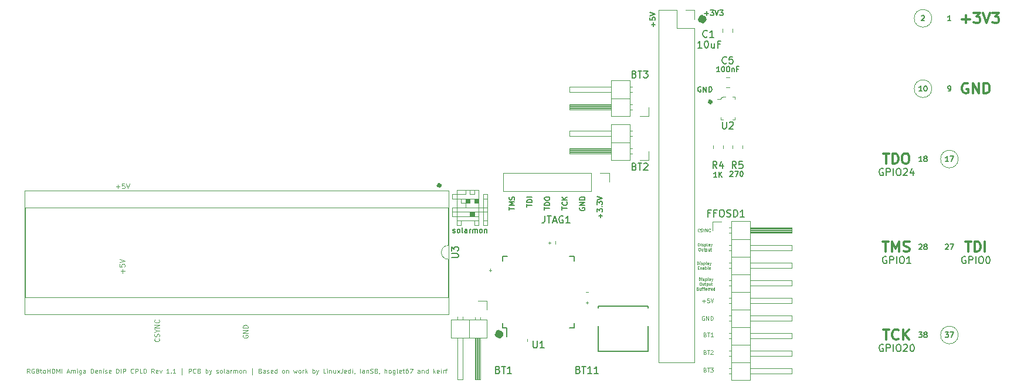
<source format=gbr>
%TF.GenerationSoftware,KiCad,Pcbnew,(5.1.9)-1*%
%TF.CreationDate,2021-07-28T09:14:02+01:00*%
%TF.ProjectId,RGBtoHDMI Amiga Denise DIP CPLD Rev 1.1,52474274-6f48-4444-9d49-20416d696761,rev?*%
%TF.SameCoordinates,Original*%
%TF.FileFunction,Legend,Top*%
%TF.FilePolarity,Positive*%
%FSLAX46Y46*%
G04 Gerber Fmt 4.6, Leading zero omitted, Abs format (unit mm)*
G04 Created by KiCad (PCBNEW (5.1.9)-1) date 2021-07-28 09:14:02*
%MOMM*%
%LPD*%
G01*
G04 APERTURE LIST*
%ADD10C,0.150000*%
%ADD11C,0.300000*%
%ADD12C,0.100000*%
%ADD13C,0.500000*%
%ADD14C,1.000000*%
%ADD15C,0.127000*%
%ADD16C,0.120000*%
G04 APERTURE END LIST*
D10*
X208597571Y-90973714D02*
X208633285Y-90938000D01*
X208704714Y-90902285D01*
X208883285Y-90902285D01*
X208954714Y-90938000D01*
X208990428Y-90973714D01*
X209026142Y-91045142D01*
X209026142Y-91116571D01*
X208990428Y-91223714D01*
X208561857Y-91652285D01*
X209026142Y-91652285D01*
X209454714Y-91223714D02*
X209383285Y-91188000D01*
X209347571Y-91152285D01*
X209311857Y-91080857D01*
X209311857Y-91045142D01*
X209347571Y-90973714D01*
X209383285Y-90938000D01*
X209454714Y-90902285D01*
X209597571Y-90902285D01*
X209669000Y-90938000D01*
X209704714Y-90973714D01*
X209740428Y-91045142D01*
X209740428Y-91080857D01*
X209704714Y-91152285D01*
X209669000Y-91188000D01*
X209597571Y-91223714D01*
X209454714Y-91223714D01*
X209383285Y-91259428D01*
X209347571Y-91295142D01*
X209311857Y-91366571D01*
X209311857Y-91509428D01*
X209347571Y-91580857D01*
X209383285Y-91616571D01*
X209454714Y-91652285D01*
X209597571Y-91652285D01*
X209669000Y-91616571D01*
X209704714Y-91580857D01*
X209740428Y-91509428D01*
X209740428Y-91366571D01*
X209704714Y-91295142D01*
X209669000Y-91259428D01*
X209597571Y-91223714D01*
D11*
X203359000Y-90491571D02*
X204216142Y-90491571D01*
X203787571Y-91991571D02*
X203787571Y-90491571D01*
X204716142Y-91991571D02*
X204716142Y-90491571D01*
X205216142Y-91563000D01*
X205716142Y-90491571D01*
X205716142Y-91991571D01*
X206359000Y-91920142D02*
X206573285Y-91991571D01*
X206930428Y-91991571D01*
X207073285Y-91920142D01*
X207144714Y-91848714D01*
X207216142Y-91705857D01*
X207216142Y-91563000D01*
X207144714Y-91420142D01*
X207073285Y-91348714D01*
X206930428Y-91277285D01*
X206644714Y-91205857D01*
X206501857Y-91134428D01*
X206430428Y-91063000D01*
X206359000Y-90920142D01*
X206359000Y-90777285D01*
X206430428Y-90634428D01*
X206501857Y-90563000D01*
X206644714Y-90491571D01*
X207001857Y-90491571D01*
X207216142Y-90563000D01*
D10*
X212407571Y-90973714D02*
X212443285Y-90938000D01*
X212514714Y-90902285D01*
X212693285Y-90902285D01*
X212764714Y-90938000D01*
X212800428Y-90973714D01*
X212836142Y-91045142D01*
X212836142Y-91116571D01*
X212800428Y-91223714D01*
X212371857Y-91652285D01*
X212836142Y-91652285D01*
X213086142Y-90902285D02*
X213586142Y-90902285D01*
X213264714Y-91652285D01*
X208561857Y-103602285D02*
X209026142Y-103602285D01*
X208776142Y-103888000D01*
X208883285Y-103888000D01*
X208954714Y-103923714D01*
X208990428Y-103959428D01*
X209026142Y-104030857D01*
X209026142Y-104209428D01*
X208990428Y-104280857D01*
X208954714Y-104316571D01*
X208883285Y-104352285D01*
X208669000Y-104352285D01*
X208597571Y-104316571D01*
X208561857Y-104280857D01*
X209454714Y-103923714D02*
X209383285Y-103888000D01*
X209347571Y-103852285D01*
X209311857Y-103780857D01*
X209311857Y-103745142D01*
X209347571Y-103673714D01*
X209383285Y-103638000D01*
X209454714Y-103602285D01*
X209597571Y-103602285D01*
X209669000Y-103638000D01*
X209704714Y-103673714D01*
X209740428Y-103745142D01*
X209740428Y-103780857D01*
X209704714Y-103852285D01*
X209669000Y-103888000D01*
X209597571Y-103923714D01*
X209454714Y-103923714D01*
X209383285Y-103959428D01*
X209347571Y-103995142D01*
X209311857Y-104066571D01*
X209311857Y-104209428D01*
X209347571Y-104280857D01*
X209383285Y-104316571D01*
X209454714Y-104352285D01*
X209597571Y-104352285D01*
X209669000Y-104316571D01*
X209704714Y-104280857D01*
X209740428Y-104209428D01*
X209740428Y-104066571D01*
X209704714Y-103995142D01*
X209669000Y-103959428D01*
X209597571Y-103923714D01*
D11*
X214781142Y-58400142D02*
X215924000Y-58400142D01*
X215352571Y-58971571D02*
X215352571Y-57828714D01*
X216495428Y-57471571D02*
X217424000Y-57471571D01*
X216924000Y-58043000D01*
X217138285Y-58043000D01*
X217281142Y-58114428D01*
X217352571Y-58185857D01*
X217424000Y-58328714D01*
X217424000Y-58685857D01*
X217352571Y-58828714D01*
X217281142Y-58900142D01*
X217138285Y-58971571D01*
X216709714Y-58971571D01*
X216566857Y-58900142D01*
X216495428Y-58828714D01*
X217852571Y-57471571D02*
X218352571Y-58971571D01*
X218852571Y-57471571D01*
X219209714Y-57471571D02*
X220138285Y-57471571D01*
X219638285Y-58043000D01*
X219852571Y-58043000D01*
X219995428Y-58114428D01*
X220066857Y-58185857D01*
X220138285Y-58328714D01*
X220138285Y-58685857D01*
X220066857Y-58828714D01*
X219995428Y-58900142D01*
X219852571Y-58971571D01*
X219424000Y-58971571D01*
X219281142Y-58900142D01*
X219209714Y-58828714D01*
X215253285Y-90491571D02*
X216110428Y-90491571D01*
X215681857Y-91991571D02*
X215681857Y-90491571D01*
X216610428Y-91991571D02*
X216610428Y-90491571D01*
X216967571Y-90491571D01*
X217181857Y-90563000D01*
X217324714Y-90705857D01*
X217396142Y-90848714D01*
X217467571Y-91134428D01*
X217467571Y-91348714D01*
X217396142Y-91634428D01*
X217324714Y-91777285D01*
X217181857Y-91920142D01*
X216967571Y-91991571D01*
X216610428Y-91991571D01*
X218110428Y-91991571D02*
X218110428Y-90491571D01*
D10*
X212371857Y-103602285D02*
X212836142Y-103602285D01*
X212586142Y-103888000D01*
X212693285Y-103888000D01*
X212764714Y-103923714D01*
X212800428Y-103959428D01*
X212836142Y-104030857D01*
X212836142Y-104209428D01*
X212800428Y-104280857D01*
X212764714Y-104316571D01*
X212693285Y-104352285D01*
X212479000Y-104352285D01*
X212407571Y-104316571D01*
X212371857Y-104280857D01*
X213086142Y-103602285D02*
X213586142Y-103602285D01*
X213264714Y-104352285D01*
D11*
X203430428Y-103191571D02*
X204287571Y-103191571D01*
X203859000Y-104691571D02*
X203859000Y-103191571D01*
X205644714Y-104548714D02*
X205573285Y-104620142D01*
X205359000Y-104691571D01*
X205216142Y-104691571D01*
X205001857Y-104620142D01*
X204859000Y-104477285D01*
X204787571Y-104334428D01*
X204716142Y-104048714D01*
X204716142Y-103834428D01*
X204787571Y-103548714D01*
X204859000Y-103405857D01*
X205001857Y-103263000D01*
X205216142Y-103191571D01*
X205359000Y-103191571D01*
X205573285Y-103263000D01*
X205644714Y-103334428D01*
X206287571Y-104691571D02*
X206287571Y-103191571D01*
X207144714Y-104691571D02*
X206501857Y-103834428D01*
X207144714Y-103191571D02*
X206287571Y-104048714D01*
X203394714Y-77791571D02*
X204251857Y-77791571D01*
X203823285Y-79291571D02*
X203823285Y-77791571D01*
X204751857Y-79291571D02*
X204751857Y-77791571D01*
X205109000Y-77791571D01*
X205323285Y-77863000D01*
X205466142Y-78005857D01*
X205537571Y-78148714D01*
X205609000Y-78434428D01*
X205609000Y-78648714D01*
X205537571Y-78934428D01*
X205466142Y-79077285D01*
X205323285Y-79220142D01*
X205109000Y-79291571D01*
X204751857Y-79291571D01*
X206537571Y-77791571D02*
X206823285Y-77791571D01*
X206966142Y-77863000D01*
X207109000Y-78005857D01*
X207180428Y-78291571D01*
X207180428Y-78791571D01*
X207109000Y-79077285D01*
X206966142Y-79220142D01*
X206823285Y-79291571D01*
X206537571Y-79291571D01*
X206394714Y-79220142D01*
X206251857Y-79077285D01*
X206180428Y-78791571D01*
X206180428Y-78291571D01*
X206251857Y-78005857D01*
X206394714Y-77863000D01*
X206537571Y-77791571D01*
X215646142Y-67703000D02*
X215503285Y-67631571D01*
X215289000Y-67631571D01*
X215074714Y-67703000D01*
X214931857Y-67845857D01*
X214860428Y-67988714D01*
X214789000Y-68274428D01*
X214789000Y-68488714D01*
X214860428Y-68774428D01*
X214931857Y-68917285D01*
X215074714Y-69060142D01*
X215289000Y-69131571D01*
X215431857Y-69131571D01*
X215646142Y-69060142D01*
X215717571Y-68988714D01*
X215717571Y-68488714D01*
X215431857Y-68488714D01*
X216360428Y-69131571D02*
X216360428Y-67631571D01*
X217217571Y-69131571D01*
X217217571Y-67631571D01*
X217931857Y-69131571D02*
X217931857Y-67631571D01*
X218289000Y-67631571D01*
X218503285Y-67703000D01*
X218646142Y-67845857D01*
X218717571Y-67988714D01*
X218789000Y-68274428D01*
X218789000Y-68488714D01*
X218717571Y-68774428D01*
X218646142Y-68917285D01*
X218503285Y-69060142D01*
X218289000Y-69131571D01*
X217931857Y-69131571D01*
D10*
X203406619Y-80018000D02*
X203311380Y-79970380D01*
X203168523Y-79970380D01*
X203025666Y-80018000D01*
X202930428Y-80113238D01*
X202882809Y-80208476D01*
X202835190Y-80398952D01*
X202835190Y-80541809D01*
X202882809Y-80732285D01*
X202930428Y-80827523D01*
X203025666Y-80922761D01*
X203168523Y-80970380D01*
X203263761Y-80970380D01*
X203406619Y-80922761D01*
X203454238Y-80875142D01*
X203454238Y-80541809D01*
X203263761Y-80541809D01*
X203882809Y-80970380D02*
X203882809Y-79970380D01*
X204263761Y-79970380D01*
X204359000Y-80018000D01*
X204406619Y-80065619D01*
X204454238Y-80160857D01*
X204454238Y-80303714D01*
X204406619Y-80398952D01*
X204359000Y-80446571D01*
X204263761Y-80494190D01*
X203882809Y-80494190D01*
X204882809Y-80970380D02*
X204882809Y-79970380D01*
X205549476Y-79970380D02*
X205739952Y-79970380D01*
X205835190Y-80018000D01*
X205930428Y-80113238D01*
X205978047Y-80303714D01*
X205978047Y-80637047D01*
X205930428Y-80827523D01*
X205835190Y-80922761D01*
X205739952Y-80970380D01*
X205549476Y-80970380D01*
X205454238Y-80922761D01*
X205359000Y-80827523D01*
X205311380Y-80637047D01*
X205311380Y-80303714D01*
X205359000Y-80113238D01*
X205454238Y-80018000D01*
X205549476Y-79970380D01*
X206359000Y-80065619D02*
X206406619Y-80018000D01*
X206501857Y-79970380D01*
X206739952Y-79970380D01*
X206835190Y-80018000D01*
X206882809Y-80065619D01*
X206930428Y-80160857D01*
X206930428Y-80256095D01*
X206882809Y-80398952D01*
X206311380Y-80970380D01*
X206930428Y-80970380D01*
X207787571Y-80303714D02*
X207787571Y-80970380D01*
X207549476Y-79922761D02*
X207311380Y-80637047D01*
X207930428Y-80637047D01*
X209026142Y-78952285D02*
X208597571Y-78952285D01*
X208811857Y-78952285D02*
X208811857Y-78202285D01*
X208740428Y-78309428D01*
X208669000Y-78380857D01*
X208597571Y-78416571D01*
X209454714Y-78523714D02*
X209383285Y-78488000D01*
X209347571Y-78452285D01*
X209311857Y-78380857D01*
X209311857Y-78345142D01*
X209347571Y-78273714D01*
X209383285Y-78238000D01*
X209454714Y-78202285D01*
X209597571Y-78202285D01*
X209669000Y-78238000D01*
X209704714Y-78273714D01*
X209740428Y-78345142D01*
X209740428Y-78380857D01*
X209704714Y-78452285D01*
X209669000Y-78488000D01*
X209597571Y-78523714D01*
X209454714Y-78523714D01*
X209383285Y-78559428D01*
X209347571Y-78595142D01*
X209311857Y-78666571D01*
X209311857Y-78809428D01*
X209347571Y-78880857D01*
X209383285Y-78916571D01*
X209454714Y-78952285D01*
X209597571Y-78952285D01*
X209669000Y-78916571D01*
X209704714Y-78880857D01*
X209740428Y-78809428D01*
X209740428Y-78666571D01*
X209704714Y-78595142D01*
X209669000Y-78559428D01*
X209597571Y-78523714D01*
X215312809Y-92718000D02*
X215217571Y-92670380D01*
X215074714Y-92670380D01*
X214931857Y-92718000D01*
X214836619Y-92813238D01*
X214789000Y-92908476D01*
X214741380Y-93098952D01*
X214741380Y-93241809D01*
X214789000Y-93432285D01*
X214836619Y-93527523D01*
X214931857Y-93622761D01*
X215074714Y-93670380D01*
X215169952Y-93670380D01*
X215312809Y-93622761D01*
X215360428Y-93575142D01*
X215360428Y-93241809D01*
X215169952Y-93241809D01*
X215789000Y-93670380D02*
X215789000Y-92670380D01*
X216169952Y-92670380D01*
X216265190Y-92718000D01*
X216312809Y-92765619D01*
X216360428Y-92860857D01*
X216360428Y-93003714D01*
X216312809Y-93098952D01*
X216265190Y-93146571D01*
X216169952Y-93194190D01*
X215789000Y-93194190D01*
X216789000Y-93670380D02*
X216789000Y-92670380D01*
X217455666Y-92670380D02*
X217646142Y-92670380D01*
X217741380Y-92718000D01*
X217836619Y-92813238D01*
X217884238Y-93003714D01*
X217884238Y-93337047D01*
X217836619Y-93527523D01*
X217741380Y-93622761D01*
X217646142Y-93670380D01*
X217455666Y-93670380D01*
X217360428Y-93622761D01*
X217265190Y-93527523D01*
X217217571Y-93337047D01*
X217217571Y-93003714D01*
X217265190Y-92813238D01*
X217360428Y-92718000D01*
X217455666Y-92670380D01*
X218503285Y-92670380D02*
X218598523Y-92670380D01*
X218693761Y-92718000D01*
X218741380Y-92765619D01*
X218789000Y-92860857D01*
X218836619Y-93051333D01*
X218836619Y-93289428D01*
X218789000Y-93479904D01*
X218741380Y-93575142D01*
X218693761Y-93622761D01*
X218598523Y-93670380D01*
X218503285Y-93670380D01*
X218408047Y-93622761D01*
X218360428Y-93575142D01*
X218312809Y-93479904D01*
X218265190Y-93289428D01*
X218265190Y-93051333D01*
X218312809Y-92860857D01*
X218360428Y-92765619D01*
X218408047Y-92718000D01*
X218503285Y-92670380D01*
X203882809Y-92718000D02*
X203787571Y-92670380D01*
X203644714Y-92670380D01*
X203501857Y-92718000D01*
X203406619Y-92813238D01*
X203359000Y-92908476D01*
X203311380Y-93098952D01*
X203311380Y-93241809D01*
X203359000Y-93432285D01*
X203406619Y-93527523D01*
X203501857Y-93622761D01*
X203644714Y-93670380D01*
X203739952Y-93670380D01*
X203882809Y-93622761D01*
X203930428Y-93575142D01*
X203930428Y-93241809D01*
X203739952Y-93241809D01*
X204359000Y-93670380D02*
X204359000Y-92670380D01*
X204739952Y-92670380D01*
X204835190Y-92718000D01*
X204882809Y-92765619D01*
X204930428Y-92860857D01*
X204930428Y-93003714D01*
X204882809Y-93098952D01*
X204835190Y-93146571D01*
X204739952Y-93194190D01*
X204359000Y-93194190D01*
X205359000Y-93670380D02*
X205359000Y-92670380D01*
X206025666Y-92670380D02*
X206216142Y-92670380D01*
X206311380Y-92718000D01*
X206406619Y-92813238D01*
X206454238Y-93003714D01*
X206454238Y-93337047D01*
X206406619Y-93527523D01*
X206311380Y-93622761D01*
X206216142Y-93670380D01*
X206025666Y-93670380D01*
X205930428Y-93622761D01*
X205835190Y-93527523D01*
X205787571Y-93337047D01*
X205787571Y-93003714D01*
X205835190Y-92813238D01*
X205930428Y-92718000D01*
X206025666Y-92670380D01*
X207406619Y-93670380D02*
X206835190Y-93670380D01*
X207120904Y-93670380D02*
X207120904Y-92670380D01*
X207025666Y-92813238D01*
X206930428Y-92908476D01*
X206835190Y-92956095D01*
X213193285Y-58632285D02*
X212764714Y-58632285D01*
X212979000Y-58632285D02*
X212979000Y-57882285D01*
X212907571Y-57989428D01*
X212836142Y-58060857D01*
X212764714Y-58096571D01*
X208954714Y-57953714D02*
X208990428Y-57918000D01*
X209061857Y-57882285D01*
X209240428Y-57882285D01*
X209311857Y-57918000D01*
X209347571Y-57953714D01*
X209383285Y-58025142D01*
X209383285Y-58096571D01*
X209347571Y-58203714D01*
X208919000Y-58632285D01*
X209383285Y-58632285D01*
X212836142Y-68792285D02*
X212979000Y-68792285D01*
X213050428Y-68756571D01*
X213086142Y-68720857D01*
X213157571Y-68613714D01*
X213193285Y-68470857D01*
X213193285Y-68185142D01*
X213157571Y-68113714D01*
X213121857Y-68078000D01*
X213050428Y-68042285D01*
X212907571Y-68042285D01*
X212836142Y-68078000D01*
X212800428Y-68113714D01*
X212764714Y-68185142D01*
X212764714Y-68363714D01*
X212800428Y-68435142D01*
X212836142Y-68470857D01*
X212907571Y-68506571D01*
X213050428Y-68506571D01*
X213121857Y-68470857D01*
X213157571Y-68435142D01*
X213193285Y-68363714D01*
X203406619Y-105418000D02*
X203311380Y-105370380D01*
X203168523Y-105370380D01*
X203025666Y-105418000D01*
X202930428Y-105513238D01*
X202882809Y-105608476D01*
X202835190Y-105798952D01*
X202835190Y-105941809D01*
X202882809Y-106132285D01*
X202930428Y-106227523D01*
X203025666Y-106322761D01*
X203168523Y-106370380D01*
X203263761Y-106370380D01*
X203406619Y-106322761D01*
X203454238Y-106275142D01*
X203454238Y-105941809D01*
X203263761Y-105941809D01*
X203882809Y-106370380D02*
X203882809Y-105370380D01*
X204263761Y-105370380D01*
X204359000Y-105418000D01*
X204406619Y-105465619D01*
X204454238Y-105560857D01*
X204454238Y-105703714D01*
X204406619Y-105798952D01*
X204359000Y-105846571D01*
X204263761Y-105894190D01*
X203882809Y-105894190D01*
X204882809Y-106370380D02*
X204882809Y-105370380D01*
X205549476Y-105370380D02*
X205739952Y-105370380D01*
X205835190Y-105418000D01*
X205930428Y-105513238D01*
X205978047Y-105703714D01*
X205978047Y-106037047D01*
X205930428Y-106227523D01*
X205835190Y-106322761D01*
X205739952Y-106370380D01*
X205549476Y-106370380D01*
X205454238Y-106322761D01*
X205359000Y-106227523D01*
X205311380Y-106037047D01*
X205311380Y-105703714D01*
X205359000Y-105513238D01*
X205454238Y-105418000D01*
X205549476Y-105370380D01*
X206359000Y-105465619D02*
X206406619Y-105418000D01*
X206501857Y-105370380D01*
X206739952Y-105370380D01*
X206835190Y-105418000D01*
X206882809Y-105465619D01*
X206930428Y-105560857D01*
X206930428Y-105656095D01*
X206882809Y-105798952D01*
X206311380Y-106370380D01*
X206930428Y-106370380D01*
X207549476Y-105370380D02*
X207644714Y-105370380D01*
X207739952Y-105418000D01*
X207787571Y-105465619D01*
X207835190Y-105560857D01*
X207882809Y-105751333D01*
X207882809Y-105989428D01*
X207835190Y-106179904D01*
X207787571Y-106275142D01*
X207739952Y-106322761D01*
X207644714Y-106370380D01*
X207549476Y-106370380D01*
X207454238Y-106322761D01*
X207406619Y-106275142D01*
X207359000Y-106179904D01*
X207311380Y-105989428D01*
X207311380Y-105751333D01*
X207359000Y-105560857D01*
X207406619Y-105465619D01*
X207454238Y-105418000D01*
X207549476Y-105370380D01*
X212836142Y-78952285D02*
X212407571Y-78952285D01*
X212621857Y-78952285D02*
X212621857Y-78202285D01*
X212550428Y-78309428D01*
X212479000Y-78380857D01*
X212407571Y-78416571D01*
X213086142Y-78202285D02*
X213586142Y-78202285D01*
X213264714Y-78952285D01*
X209026142Y-68792285D02*
X208597571Y-68792285D01*
X208811857Y-68792285D02*
X208811857Y-68042285D01*
X208740428Y-68149428D01*
X208669000Y-68220857D01*
X208597571Y-68256571D01*
X209490428Y-68042285D02*
X209561857Y-68042285D01*
X209633285Y-68078000D01*
X209669000Y-68113714D01*
X209704714Y-68185142D01*
X209740428Y-68328000D01*
X209740428Y-68506571D01*
X209704714Y-68649428D01*
X209669000Y-68720857D01*
X209633285Y-68756571D01*
X209561857Y-68792285D01*
X209490428Y-68792285D01*
X209419000Y-68756571D01*
X209383285Y-68720857D01*
X209347571Y-68649428D01*
X209311857Y-68506571D01*
X209311857Y-68328000D01*
X209347571Y-68185142D01*
X209383285Y-68113714D01*
X209419000Y-68078000D01*
X209490428Y-68042285D01*
D12*
X214249000Y-78613000D02*
G75*
G03*
X214249000Y-78613000I-1270000J0D01*
G01*
X214249000Y-104013000D02*
G75*
G03*
X214249000Y-104013000I-1270000J0D01*
G01*
X210439000Y-68453000D02*
G75*
G03*
X210439000Y-68453000I-1270000J0D01*
G01*
X210439000Y-58293000D02*
G75*
G03*
X210439000Y-58293000I-1270000J0D01*
G01*
X176898380Y-89042857D02*
X176879333Y-89061904D01*
X176822190Y-89080952D01*
X176784095Y-89080952D01*
X176726952Y-89061904D01*
X176688857Y-89023809D01*
X176669809Y-88985714D01*
X176650761Y-88909523D01*
X176650761Y-88852380D01*
X176669809Y-88776190D01*
X176688857Y-88738095D01*
X176726952Y-88700000D01*
X176784095Y-88680952D01*
X176822190Y-88680952D01*
X176879333Y-88700000D01*
X176898380Y-88719047D01*
X177050761Y-89061904D02*
X177107904Y-89080952D01*
X177203142Y-89080952D01*
X177241238Y-89061904D01*
X177260285Y-89042857D01*
X177279333Y-89004761D01*
X177279333Y-88966666D01*
X177260285Y-88928571D01*
X177241238Y-88909523D01*
X177203142Y-88890476D01*
X177126952Y-88871428D01*
X177088857Y-88852380D01*
X177069809Y-88833333D01*
X177050761Y-88795238D01*
X177050761Y-88757142D01*
X177069809Y-88719047D01*
X177088857Y-88700000D01*
X177126952Y-88680952D01*
X177222190Y-88680952D01*
X177279333Y-88700000D01*
X177526952Y-88890476D02*
X177526952Y-89080952D01*
X177393619Y-88680952D02*
X177526952Y-88890476D01*
X177660285Y-88680952D01*
X177793619Y-89080952D02*
X177793619Y-88680952D01*
X178022190Y-89080952D01*
X178022190Y-88680952D01*
X178441238Y-89042857D02*
X178422190Y-89061904D01*
X178365047Y-89080952D01*
X178326952Y-89080952D01*
X178269809Y-89061904D01*
X178231714Y-89023809D01*
X178212666Y-88985714D01*
X178193619Y-88909523D01*
X178193619Y-88852380D01*
X178212666Y-88776190D01*
X178231714Y-88738095D01*
X178269809Y-88700000D01*
X178326952Y-88680952D01*
X178365047Y-88680952D01*
X178422190Y-88700000D01*
X178441238Y-88719047D01*
X176692047Y-91143952D02*
X176692047Y-90743952D01*
X176787285Y-90743952D01*
X176844428Y-90763000D01*
X176882523Y-90801095D01*
X176901571Y-90839190D01*
X176920619Y-90915380D01*
X176920619Y-90972523D01*
X176901571Y-91048714D01*
X176882523Y-91086809D01*
X176844428Y-91124904D01*
X176787285Y-91143952D01*
X176692047Y-91143952D01*
X177092047Y-91143952D02*
X177092047Y-90877285D01*
X177092047Y-90743952D02*
X177073000Y-90763000D01*
X177092047Y-90782047D01*
X177111095Y-90763000D01*
X177092047Y-90743952D01*
X177092047Y-90782047D01*
X177263476Y-91124904D02*
X177301571Y-91143952D01*
X177377761Y-91143952D01*
X177415857Y-91124904D01*
X177434904Y-91086809D01*
X177434904Y-91067761D01*
X177415857Y-91029666D01*
X177377761Y-91010619D01*
X177320619Y-91010619D01*
X177282523Y-90991571D01*
X177263476Y-90953476D01*
X177263476Y-90934428D01*
X177282523Y-90896333D01*
X177320619Y-90877285D01*
X177377761Y-90877285D01*
X177415857Y-90896333D01*
X177606333Y-90877285D02*
X177606333Y-91277285D01*
X177606333Y-90896333D02*
X177644428Y-90877285D01*
X177720619Y-90877285D01*
X177758714Y-90896333D01*
X177777761Y-90915380D01*
X177796809Y-90953476D01*
X177796809Y-91067761D01*
X177777761Y-91105857D01*
X177758714Y-91124904D01*
X177720619Y-91143952D01*
X177644428Y-91143952D01*
X177606333Y-91124904D01*
X178025380Y-91143952D02*
X177987285Y-91124904D01*
X177968238Y-91086809D01*
X177968238Y-90743952D01*
X178349190Y-91143952D02*
X178349190Y-90934428D01*
X178330142Y-90896333D01*
X178292047Y-90877285D01*
X178215857Y-90877285D01*
X178177761Y-90896333D01*
X178349190Y-91124904D02*
X178311095Y-91143952D01*
X178215857Y-91143952D01*
X178177761Y-91124904D01*
X178158714Y-91086809D01*
X178158714Y-91048714D01*
X178177761Y-91010619D01*
X178215857Y-90991571D01*
X178311095Y-90991571D01*
X178349190Y-90972523D01*
X178501571Y-90877285D02*
X178596809Y-91143952D01*
X178692047Y-90877285D02*
X178596809Y-91143952D01*
X178558714Y-91239190D01*
X178539666Y-91258238D01*
X178501571Y-91277285D01*
X176863476Y-91443952D02*
X176939666Y-91443952D01*
X176977761Y-91463000D01*
X177015857Y-91501095D01*
X177034904Y-91577285D01*
X177034904Y-91710619D01*
X177015857Y-91786809D01*
X176977761Y-91824904D01*
X176939666Y-91843952D01*
X176863476Y-91843952D01*
X176825380Y-91824904D01*
X176787285Y-91786809D01*
X176768238Y-91710619D01*
X176768238Y-91577285D01*
X176787285Y-91501095D01*
X176825380Y-91463000D01*
X176863476Y-91443952D01*
X177377761Y-91577285D02*
X177377761Y-91843952D01*
X177206333Y-91577285D02*
X177206333Y-91786809D01*
X177225380Y-91824904D01*
X177263476Y-91843952D01*
X177320619Y-91843952D01*
X177358714Y-91824904D01*
X177377761Y-91805857D01*
X177511095Y-91577285D02*
X177663476Y-91577285D01*
X177568238Y-91443952D02*
X177568238Y-91786809D01*
X177587285Y-91824904D01*
X177625380Y-91843952D01*
X177663476Y-91843952D01*
X177796809Y-91577285D02*
X177796809Y-91977285D01*
X177796809Y-91596333D02*
X177834904Y-91577285D01*
X177911095Y-91577285D01*
X177949190Y-91596333D01*
X177968238Y-91615380D01*
X177987285Y-91653476D01*
X177987285Y-91767761D01*
X177968238Y-91805857D01*
X177949190Y-91824904D01*
X177911095Y-91843952D01*
X177834904Y-91843952D01*
X177796809Y-91824904D01*
X178330142Y-91577285D02*
X178330142Y-91843952D01*
X178158714Y-91577285D02*
X178158714Y-91786809D01*
X178177761Y-91824904D01*
X178215857Y-91843952D01*
X178273000Y-91843952D01*
X178311095Y-91824904D01*
X178330142Y-91805857D01*
X178463476Y-91577285D02*
X178615857Y-91577285D01*
X178520619Y-91443952D02*
X178520619Y-91786809D01*
X178539666Y-91824904D01*
X178577761Y-91843952D01*
X178615857Y-91843952D01*
X176565047Y-93810952D02*
X176565047Y-93410952D01*
X176660285Y-93410952D01*
X176717428Y-93430000D01*
X176755523Y-93468095D01*
X176774571Y-93506190D01*
X176793619Y-93582380D01*
X176793619Y-93639523D01*
X176774571Y-93715714D01*
X176755523Y-93753809D01*
X176717428Y-93791904D01*
X176660285Y-93810952D01*
X176565047Y-93810952D01*
X176965047Y-93810952D02*
X176965047Y-93544285D01*
X176965047Y-93410952D02*
X176946000Y-93430000D01*
X176965047Y-93449047D01*
X176984095Y-93430000D01*
X176965047Y-93410952D01*
X176965047Y-93449047D01*
X177136476Y-93791904D02*
X177174571Y-93810952D01*
X177250761Y-93810952D01*
X177288857Y-93791904D01*
X177307904Y-93753809D01*
X177307904Y-93734761D01*
X177288857Y-93696666D01*
X177250761Y-93677619D01*
X177193619Y-93677619D01*
X177155523Y-93658571D01*
X177136476Y-93620476D01*
X177136476Y-93601428D01*
X177155523Y-93563333D01*
X177193619Y-93544285D01*
X177250761Y-93544285D01*
X177288857Y-93563333D01*
X177479333Y-93544285D02*
X177479333Y-93944285D01*
X177479333Y-93563333D02*
X177517428Y-93544285D01*
X177593619Y-93544285D01*
X177631714Y-93563333D01*
X177650761Y-93582380D01*
X177669809Y-93620476D01*
X177669809Y-93734761D01*
X177650761Y-93772857D01*
X177631714Y-93791904D01*
X177593619Y-93810952D01*
X177517428Y-93810952D01*
X177479333Y-93791904D01*
X177898380Y-93810952D02*
X177860285Y-93791904D01*
X177841238Y-93753809D01*
X177841238Y-93410952D01*
X178222190Y-93810952D02*
X178222190Y-93601428D01*
X178203142Y-93563333D01*
X178165047Y-93544285D01*
X178088857Y-93544285D01*
X178050761Y-93563333D01*
X178222190Y-93791904D02*
X178184095Y-93810952D01*
X178088857Y-93810952D01*
X178050761Y-93791904D01*
X178031714Y-93753809D01*
X178031714Y-93715714D01*
X178050761Y-93677619D01*
X178088857Y-93658571D01*
X178184095Y-93658571D01*
X178222190Y-93639523D01*
X178374571Y-93544285D02*
X178469809Y-93810952D01*
X178565047Y-93544285D02*
X178469809Y-93810952D01*
X178431714Y-93906190D01*
X178412666Y-93925238D01*
X178374571Y-93944285D01*
X176641238Y-94301428D02*
X176774571Y-94301428D01*
X176831714Y-94510952D02*
X176641238Y-94510952D01*
X176641238Y-94110952D01*
X176831714Y-94110952D01*
X177003142Y-94244285D02*
X177003142Y-94510952D01*
X177003142Y-94282380D02*
X177022190Y-94263333D01*
X177060285Y-94244285D01*
X177117428Y-94244285D01*
X177155523Y-94263333D01*
X177174571Y-94301428D01*
X177174571Y-94510952D01*
X177536476Y-94510952D02*
X177536476Y-94301428D01*
X177517428Y-94263333D01*
X177479333Y-94244285D01*
X177403142Y-94244285D01*
X177365047Y-94263333D01*
X177536476Y-94491904D02*
X177498380Y-94510952D01*
X177403142Y-94510952D01*
X177365047Y-94491904D01*
X177346000Y-94453809D01*
X177346000Y-94415714D01*
X177365047Y-94377619D01*
X177403142Y-94358571D01*
X177498380Y-94358571D01*
X177536476Y-94339523D01*
X177726952Y-94510952D02*
X177726952Y-94110952D01*
X177726952Y-94263333D02*
X177765047Y-94244285D01*
X177841238Y-94244285D01*
X177879333Y-94263333D01*
X177898380Y-94282380D01*
X177917428Y-94320476D01*
X177917428Y-94434761D01*
X177898380Y-94472857D01*
X177879333Y-94491904D01*
X177841238Y-94510952D01*
X177765047Y-94510952D01*
X177726952Y-94491904D01*
X178146000Y-94510952D02*
X178107904Y-94491904D01*
X178088857Y-94453809D01*
X178088857Y-94110952D01*
X178450761Y-94491904D02*
X178412666Y-94510952D01*
X178336476Y-94510952D01*
X178298380Y-94491904D01*
X178279333Y-94453809D01*
X178279333Y-94301428D01*
X178298380Y-94263333D01*
X178336476Y-94244285D01*
X178412666Y-94244285D01*
X178450761Y-94263333D01*
X178469809Y-94301428D01*
X178469809Y-94339523D01*
X178279333Y-94377619D01*
X176819047Y-96127952D02*
X176819047Y-95727952D01*
X176914285Y-95727952D01*
X176971428Y-95747000D01*
X177009523Y-95785095D01*
X177028571Y-95823190D01*
X177047619Y-95899380D01*
X177047619Y-95956523D01*
X177028571Y-96032714D01*
X177009523Y-96070809D01*
X176971428Y-96108904D01*
X176914285Y-96127952D01*
X176819047Y-96127952D01*
X177219047Y-96127952D02*
X177219047Y-95861285D01*
X177219047Y-95727952D02*
X177200000Y-95747000D01*
X177219047Y-95766047D01*
X177238095Y-95747000D01*
X177219047Y-95727952D01*
X177219047Y-95766047D01*
X177390476Y-96108904D02*
X177428571Y-96127952D01*
X177504761Y-96127952D01*
X177542857Y-96108904D01*
X177561904Y-96070809D01*
X177561904Y-96051761D01*
X177542857Y-96013666D01*
X177504761Y-95994619D01*
X177447619Y-95994619D01*
X177409523Y-95975571D01*
X177390476Y-95937476D01*
X177390476Y-95918428D01*
X177409523Y-95880333D01*
X177447619Y-95861285D01*
X177504761Y-95861285D01*
X177542857Y-95880333D01*
X177733333Y-95861285D02*
X177733333Y-96261285D01*
X177733333Y-95880333D02*
X177771428Y-95861285D01*
X177847619Y-95861285D01*
X177885714Y-95880333D01*
X177904761Y-95899380D01*
X177923809Y-95937476D01*
X177923809Y-96051761D01*
X177904761Y-96089857D01*
X177885714Y-96108904D01*
X177847619Y-96127952D01*
X177771428Y-96127952D01*
X177733333Y-96108904D01*
X178152380Y-96127952D02*
X178114285Y-96108904D01*
X178095238Y-96070809D01*
X178095238Y-95727952D01*
X178476190Y-96127952D02*
X178476190Y-95918428D01*
X178457142Y-95880333D01*
X178419047Y-95861285D01*
X178342857Y-95861285D01*
X178304761Y-95880333D01*
X178476190Y-96108904D02*
X178438095Y-96127952D01*
X178342857Y-96127952D01*
X178304761Y-96108904D01*
X178285714Y-96070809D01*
X178285714Y-96032714D01*
X178304761Y-95994619D01*
X178342857Y-95975571D01*
X178438095Y-95975571D01*
X178476190Y-95956523D01*
X178628571Y-95861285D02*
X178723809Y-96127952D01*
X178819047Y-95861285D02*
X178723809Y-96127952D01*
X178685714Y-96223190D01*
X178666666Y-96242238D01*
X178628571Y-96261285D01*
X176990476Y-96427952D02*
X177066666Y-96427952D01*
X177104761Y-96447000D01*
X177142857Y-96485095D01*
X177161904Y-96561285D01*
X177161904Y-96694619D01*
X177142857Y-96770809D01*
X177104761Y-96808904D01*
X177066666Y-96827952D01*
X176990476Y-96827952D01*
X176952380Y-96808904D01*
X176914285Y-96770809D01*
X176895238Y-96694619D01*
X176895238Y-96561285D01*
X176914285Y-96485095D01*
X176952380Y-96447000D01*
X176990476Y-96427952D01*
X177504761Y-96561285D02*
X177504761Y-96827952D01*
X177333333Y-96561285D02*
X177333333Y-96770809D01*
X177352380Y-96808904D01*
X177390476Y-96827952D01*
X177447619Y-96827952D01*
X177485714Y-96808904D01*
X177504761Y-96789857D01*
X177638095Y-96561285D02*
X177790476Y-96561285D01*
X177695238Y-96427952D02*
X177695238Y-96770809D01*
X177714285Y-96808904D01*
X177752380Y-96827952D01*
X177790476Y-96827952D01*
X177923809Y-96561285D02*
X177923809Y-96961285D01*
X177923809Y-96580333D02*
X177961904Y-96561285D01*
X178038095Y-96561285D01*
X178076190Y-96580333D01*
X178095238Y-96599380D01*
X178114285Y-96637476D01*
X178114285Y-96751761D01*
X178095238Y-96789857D01*
X178076190Y-96808904D01*
X178038095Y-96827952D01*
X177961904Y-96827952D01*
X177923809Y-96808904D01*
X178457142Y-96561285D02*
X178457142Y-96827952D01*
X178285714Y-96561285D02*
X178285714Y-96770809D01*
X178304761Y-96808904D01*
X178342857Y-96827952D01*
X178400000Y-96827952D01*
X178438095Y-96808904D01*
X178457142Y-96789857D01*
X178590476Y-96561285D02*
X178742857Y-96561285D01*
X178647619Y-96427952D02*
X178647619Y-96770809D01*
X178666666Y-96808904D01*
X178704761Y-96827952D01*
X178742857Y-96827952D01*
X176647619Y-97318428D02*
X176704761Y-97337476D01*
X176723809Y-97356523D01*
X176742857Y-97394619D01*
X176742857Y-97451761D01*
X176723809Y-97489857D01*
X176704761Y-97508904D01*
X176666666Y-97527952D01*
X176514285Y-97527952D01*
X176514285Y-97127952D01*
X176647619Y-97127952D01*
X176685714Y-97147000D01*
X176704761Y-97166047D01*
X176723809Y-97204142D01*
X176723809Y-97242238D01*
X176704761Y-97280333D01*
X176685714Y-97299380D01*
X176647619Y-97318428D01*
X176514285Y-97318428D01*
X177085714Y-97261285D02*
X177085714Y-97527952D01*
X176914285Y-97261285D02*
X176914285Y-97470809D01*
X176933333Y-97508904D01*
X176971428Y-97527952D01*
X177028571Y-97527952D01*
X177066666Y-97508904D01*
X177085714Y-97489857D01*
X177219047Y-97261285D02*
X177371428Y-97261285D01*
X177276190Y-97527952D02*
X177276190Y-97185095D01*
X177295238Y-97147000D01*
X177333333Y-97127952D01*
X177371428Y-97127952D01*
X177447619Y-97261285D02*
X177600000Y-97261285D01*
X177504761Y-97527952D02*
X177504761Y-97185095D01*
X177523809Y-97147000D01*
X177561904Y-97127952D01*
X177600000Y-97127952D01*
X177885714Y-97508904D02*
X177847619Y-97527952D01*
X177771428Y-97527952D01*
X177733333Y-97508904D01*
X177714285Y-97470809D01*
X177714285Y-97318428D01*
X177733333Y-97280333D01*
X177771428Y-97261285D01*
X177847619Y-97261285D01*
X177885714Y-97280333D01*
X177904761Y-97318428D01*
X177904761Y-97356523D01*
X177714285Y-97394619D01*
X178076190Y-97527952D02*
X178076190Y-97261285D01*
X178076190Y-97337476D02*
X178095238Y-97299380D01*
X178114285Y-97280333D01*
X178152380Y-97261285D01*
X178190476Y-97261285D01*
X178323809Y-97527952D02*
X178323809Y-97261285D01*
X178323809Y-97337476D02*
X178342857Y-97299380D01*
X178361904Y-97280333D01*
X178400000Y-97261285D01*
X178438095Y-97261285D01*
X178723809Y-97508904D02*
X178685714Y-97527952D01*
X178609523Y-97527952D01*
X178571428Y-97508904D01*
X178552380Y-97470809D01*
X178552380Y-97318428D01*
X178571428Y-97280333D01*
X178609523Y-97261285D01*
X178685714Y-97261285D01*
X178723809Y-97280333D01*
X178742857Y-97318428D01*
X178742857Y-97356523D01*
X178552380Y-97394619D01*
X179085714Y-97527952D02*
X179085714Y-97127952D01*
X179085714Y-97508904D02*
X179047619Y-97527952D01*
X178971428Y-97527952D01*
X178933333Y-97508904D01*
X178914285Y-97489857D01*
X178895238Y-97451761D01*
X178895238Y-97337476D01*
X178914285Y-97299380D01*
X178933333Y-97280333D01*
X178971428Y-97261285D01*
X179047619Y-97261285D01*
X179085714Y-97280333D01*
X177682571Y-109050142D02*
X177768285Y-109078714D01*
X177796857Y-109107285D01*
X177825428Y-109164428D01*
X177825428Y-109250142D01*
X177796857Y-109307285D01*
X177768285Y-109335857D01*
X177711142Y-109364428D01*
X177482571Y-109364428D01*
X177482571Y-108764428D01*
X177682571Y-108764428D01*
X177739714Y-108793000D01*
X177768285Y-108821571D01*
X177796857Y-108878714D01*
X177796857Y-108935857D01*
X177768285Y-108993000D01*
X177739714Y-109021571D01*
X177682571Y-109050142D01*
X177482571Y-109050142D01*
X177996857Y-108764428D02*
X178339714Y-108764428D01*
X178168285Y-109364428D02*
X178168285Y-108764428D01*
X178482571Y-108764428D02*
X178854000Y-108764428D01*
X178654000Y-108993000D01*
X178739714Y-108993000D01*
X178796857Y-109021571D01*
X178825428Y-109050142D01*
X178854000Y-109107285D01*
X178854000Y-109250142D01*
X178825428Y-109307285D01*
X178796857Y-109335857D01*
X178739714Y-109364428D01*
X178568285Y-109364428D01*
X178511142Y-109335857D01*
X178482571Y-109307285D01*
X177682571Y-106510142D02*
X177768285Y-106538714D01*
X177796857Y-106567285D01*
X177825428Y-106624428D01*
X177825428Y-106710142D01*
X177796857Y-106767285D01*
X177768285Y-106795857D01*
X177711142Y-106824428D01*
X177482571Y-106824428D01*
X177482571Y-106224428D01*
X177682571Y-106224428D01*
X177739714Y-106253000D01*
X177768285Y-106281571D01*
X177796857Y-106338714D01*
X177796857Y-106395857D01*
X177768285Y-106453000D01*
X177739714Y-106481571D01*
X177682571Y-106510142D01*
X177482571Y-106510142D01*
X177996857Y-106224428D02*
X178339714Y-106224428D01*
X178168285Y-106824428D02*
X178168285Y-106224428D01*
X178511142Y-106281571D02*
X178539714Y-106253000D01*
X178596857Y-106224428D01*
X178739714Y-106224428D01*
X178796857Y-106253000D01*
X178825428Y-106281571D01*
X178854000Y-106338714D01*
X178854000Y-106395857D01*
X178825428Y-106481571D01*
X178482571Y-106824428D01*
X178854000Y-106824428D01*
X177682571Y-103970142D02*
X177768285Y-103998714D01*
X177796857Y-104027285D01*
X177825428Y-104084428D01*
X177825428Y-104170142D01*
X177796857Y-104227285D01*
X177768285Y-104255857D01*
X177711142Y-104284428D01*
X177482571Y-104284428D01*
X177482571Y-103684428D01*
X177682571Y-103684428D01*
X177739714Y-103713000D01*
X177768285Y-103741571D01*
X177796857Y-103798714D01*
X177796857Y-103855857D01*
X177768285Y-103913000D01*
X177739714Y-103941571D01*
X177682571Y-103970142D01*
X177482571Y-103970142D01*
X177996857Y-103684428D02*
X178339714Y-103684428D01*
X178168285Y-104284428D02*
X178168285Y-103684428D01*
X178854000Y-104284428D02*
X178511142Y-104284428D01*
X178682571Y-104284428D02*
X178682571Y-103684428D01*
X178625428Y-103770142D01*
X178568285Y-103827285D01*
X178511142Y-103855857D01*
X98865500Y-104511333D02*
X98898833Y-104544666D01*
X98932166Y-104644666D01*
X98932166Y-104711333D01*
X98898833Y-104811333D01*
X98832166Y-104878000D01*
X98765500Y-104911333D01*
X98632166Y-104944666D01*
X98532166Y-104944666D01*
X98398833Y-104911333D01*
X98332166Y-104878000D01*
X98265500Y-104811333D01*
X98232166Y-104711333D01*
X98232166Y-104644666D01*
X98265500Y-104544666D01*
X98298833Y-104511333D01*
X98898833Y-104244666D02*
X98932166Y-104144666D01*
X98932166Y-103978000D01*
X98898833Y-103911333D01*
X98865500Y-103878000D01*
X98798833Y-103844666D01*
X98732166Y-103844666D01*
X98665500Y-103878000D01*
X98632166Y-103911333D01*
X98598833Y-103978000D01*
X98565500Y-104111333D01*
X98532166Y-104178000D01*
X98498833Y-104211333D01*
X98432166Y-104244666D01*
X98365500Y-104244666D01*
X98298833Y-104211333D01*
X98265500Y-104178000D01*
X98232166Y-104111333D01*
X98232166Y-103944666D01*
X98265500Y-103844666D01*
X98598833Y-103411333D02*
X98932166Y-103411333D01*
X98232166Y-103644666D02*
X98598833Y-103411333D01*
X98232166Y-103178000D01*
X98932166Y-102944666D02*
X98232166Y-102944666D01*
X98932166Y-102544666D01*
X98232166Y-102544666D01*
X98865500Y-101811333D02*
X98898833Y-101844666D01*
X98932166Y-101944666D01*
X98932166Y-102011333D01*
X98898833Y-102111333D01*
X98832166Y-102178000D01*
X98765500Y-102211333D01*
X98632166Y-102244666D01*
X98532166Y-102244666D01*
X98398833Y-102211333D01*
X98332166Y-102178000D01*
X98265500Y-102111333D01*
X98232166Y-102011333D01*
X98232166Y-101944666D01*
X98265500Y-101844666D01*
X98298833Y-101811333D01*
X111029000Y-104038333D02*
X110995666Y-104105000D01*
X110995666Y-104205000D01*
X111029000Y-104305000D01*
X111095666Y-104371666D01*
X111162333Y-104405000D01*
X111295666Y-104438333D01*
X111395666Y-104438333D01*
X111529000Y-104405000D01*
X111595666Y-104371666D01*
X111662333Y-104305000D01*
X111695666Y-104205000D01*
X111695666Y-104138333D01*
X111662333Y-104038333D01*
X111629000Y-104005000D01*
X111395666Y-104005000D01*
X111395666Y-104138333D01*
X111695666Y-103705000D02*
X110995666Y-103705000D01*
X111695666Y-103305000D01*
X110995666Y-103305000D01*
X111695666Y-102971666D02*
X110995666Y-102971666D01*
X110995666Y-102805000D01*
X111029000Y-102705000D01*
X111095666Y-102638333D01*
X111162333Y-102605000D01*
X111295666Y-102571666D01*
X111395666Y-102571666D01*
X111529000Y-102605000D01*
X111595666Y-102638333D01*
X111662333Y-102705000D01*
X111695666Y-102805000D01*
X111695666Y-102971666D01*
X93652571Y-95071285D02*
X93652571Y-94499857D01*
X93938285Y-94785571D02*
X93366857Y-94785571D01*
X93188285Y-93785571D02*
X93188285Y-94142714D01*
X93545428Y-94178428D01*
X93509714Y-94142714D01*
X93474000Y-94071285D01*
X93474000Y-93892714D01*
X93509714Y-93821285D01*
X93545428Y-93785571D01*
X93616857Y-93749857D01*
X93795428Y-93749857D01*
X93866857Y-93785571D01*
X93902571Y-93821285D01*
X93938285Y-93892714D01*
X93938285Y-94071285D01*
X93902571Y-94142714D01*
X93866857Y-94178428D01*
X93188285Y-93535571D02*
X93938285Y-93285571D01*
X93188285Y-93035571D01*
X92699000Y-82600000D02*
X93232333Y-82600000D01*
X92965666Y-82866666D02*
X92965666Y-82333333D01*
X93899000Y-82166666D02*
X93565666Y-82166666D01*
X93532333Y-82500000D01*
X93565666Y-82466666D01*
X93632333Y-82433333D01*
X93799000Y-82433333D01*
X93865666Y-82466666D01*
X93899000Y-82500000D01*
X93932333Y-82566666D01*
X93932333Y-82733333D01*
X93899000Y-82800000D01*
X93865666Y-82833333D01*
X93799000Y-82866666D01*
X93632333Y-82866666D01*
X93565666Y-82833333D01*
X93532333Y-82800000D01*
X94132333Y-82166666D02*
X94365666Y-82866666D01*
X94599000Y-82166666D01*
X156118714Y-90868476D02*
X156118714Y-90487523D01*
X152054714Y-104965476D02*
X152054714Y-104584523D01*
X160464523Y-97825714D02*
X160845476Y-97825714D01*
X160464523Y-99349714D02*
X160845476Y-99349714D01*
X160655000Y-99540190D02*
X160655000Y-99159238D01*
X146494523Y-94650714D02*
X146875476Y-94650714D01*
X146685000Y-94841190D02*
X146685000Y-94460238D01*
X155067023Y-90713714D02*
X155447976Y-90713714D01*
X155257500Y-90904190D02*
X155257500Y-90523238D01*
X177596857Y-101300000D02*
X177539714Y-101271428D01*
X177454000Y-101271428D01*
X177368285Y-101300000D01*
X177311142Y-101357142D01*
X177282571Y-101414285D01*
X177254000Y-101528571D01*
X177254000Y-101614285D01*
X177282571Y-101728571D01*
X177311142Y-101785714D01*
X177368285Y-101842857D01*
X177454000Y-101871428D01*
X177511142Y-101871428D01*
X177596857Y-101842857D01*
X177625428Y-101814285D01*
X177625428Y-101614285D01*
X177511142Y-101614285D01*
X177882571Y-101871428D02*
X177882571Y-101271428D01*
X178225428Y-101871428D01*
X178225428Y-101271428D01*
X178511142Y-101871428D02*
X178511142Y-101271428D01*
X178654000Y-101271428D01*
X178739714Y-101300000D01*
X178796857Y-101357142D01*
X178825428Y-101414285D01*
X178854000Y-101528571D01*
X178854000Y-101614285D01*
X178825428Y-101728571D01*
X178796857Y-101785714D01*
X178739714Y-101842857D01*
X178654000Y-101871428D01*
X178511142Y-101871428D01*
X177282571Y-99102857D02*
X177739714Y-99102857D01*
X177511142Y-99331428D02*
X177511142Y-98874285D01*
X178311142Y-98731428D02*
X178025428Y-98731428D01*
X177996857Y-99017142D01*
X178025428Y-98988571D01*
X178082571Y-98960000D01*
X178225428Y-98960000D01*
X178282571Y-98988571D01*
X178311142Y-99017142D01*
X178339714Y-99074285D01*
X178339714Y-99217142D01*
X178311142Y-99274285D01*
X178282571Y-99302857D01*
X178225428Y-99331428D01*
X178082571Y-99331428D01*
X178025428Y-99302857D01*
X177996857Y-99274285D01*
X178511142Y-98731428D02*
X178711142Y-99331428D01*
X178911142Y-98731428D01*
D10*
X177101571Y-68205000D02*
X177030142Y-68169285D01*
X176923000Y-68169285D01*
X176815857Y-68205000D01*
X176744428Y-68276428D01*
X176708714Y-68347857D01*
X176673000Y-68490714D01*
X176673000Y-68597857D01*
X176708714Y-68740714D01*
X176744428Y-68812142D01*
X176815857Y-68883571D01*
X176923000Y-68919285D01*
X176994428Y-68919285D01*
X177101571Y-68883571D01*
X177137285Y-68847857D01*
X177137285Y-68597857D01*
X176994428Y-68597857D01*
X177458714Y-68919285D02*
X177458714Y-68169285D01*
X177887285Y-68919285D01*
X177887285Y-68169285D01*
X178244428Y-68919285D02*
X178244428Y-68169285D01*
X178423000Y-68169285D01*
X178530142Y-68205000D01*
X178601571Y-68276428D01*
X178637285Y-68347857D01*
X178673000Y-68490714D01*
X178673000Y-68597857D01*
X178637285Y-68740714D01*
X178601571Y-68812142D01*
X178530142Y-68883571D01*
X178423000Y-68919285D01*
X178244428Y-68919285D01*
X177621571Y-57584571D02*
X178193000Y-57584571D01*
X177907285Y-57870285D02*
X177907285Y-57298857D01*
X178478714Y-57120285D02*
X178943000Y-57120285D01*
X178693000Y-57406000D01*
X178800142Y-57406000D01*
X178871571Y-57441714D01*
X178907285Y-57477428D01*
X178943000Y-57548857D01*
X178943000Y-57727428D01*
X178907285Y-57798857D01*
X178871571Y-57834571D01*
X178800142Y-57870285D01*
X178585857Y-57870285D01*
X178514428Y-57834571D01*
X178478714Y-57798857D01*
X179157285Y-57120285D02*
X179407285Y-57870285D01*
X179657285Y-57120285D01*
X179835857Y-57120285D02*
X180300142Y-57120285D01*
X180050142Y-57406000D01*
X180157285Y-57406000D01*
X180228714Y-57441714D01*
X180264428Y-57477428D01*
X180300142Y-57548857D01*
X180300142Y-57727428D01*
X180264428Y-57798857D01*
X180228714Y-57834571D01*
X180157285Y-57870285D01*
X179943000Y-57870285D01*
X179871571Y-57834571D01*
X179835857Y-57798857D01*
X170233571Y-59447785D02*
X170233571Y-58876357D01*
X170519285Y-59162071D02*
X169947857Y-59162071D01*
X169769285Y-58162071D02*
X169769285Y-58519214D01*
X170126428Y-58554928D01*
X170090714Y-58519214D01*
X170055000Y-58447785D01*
X170055000Y-58269214D01*
X170090714Y-58197785D01*
X170126428Y-58162071D01*
X170197857Y-58126357D01*
X170376428Y-58126357D01*
X170447857Y-58162071D01*
X170483571Y-58197785D01*
X170519285Y-58269214D01*
X170519285Y-58447785D01*
X170483571Y-58519214D01*
X170447857Y-58554928D01*
X169769285Y-57912071D02*
X170519285Y-57662071D01*
X169769285Y-57412071D01*
D13*
X178562000Y-70358000D02*
G75*
G03*
X178562000Y-70358000I-127000J0D01*
G01*
X139446000Y-82423000D02*
G75*
G03*
X139446000Y-82423000I-127000J0D01*
G01*
D14*
X148082000Y-103886000D02*
G75*
G03*
X148082000Y-103886000I-127000J0D01*
G01*
D10*
X149449285Y-85990857D02*
X149449285Y-85562285D01*
X150199285Y-85776571D02*
X149449285Y-85776571D01*
X150199285Y-85312285D02*
X149449285Y-85312285D01*
X149985000Y-85062285D01*
X149449285Y-84812285D01*
X150199285Y-84812285D01*
X150163571Y-84490857D02*
X150199285Y-84383714D01*
X150199285Y-84205142D01*
X150163571Y-84133714D01*
X150127857Y-84097999D01*
X150056428Y-84062285D01*
X149985000Y-84062285D01*
X149913571Y-84097999D01*
X149877857Y-84133714D01*
X149842142Y-84205142D01*
X149806428Y-84347999D01*
X149770714Y-84419428D01*
X149735000Y-84455142D01*
X149663571Y-84490857D01*
X149592142Y-84490857D01*
X149520714Y-84455142D01*
X149485000Y-84419428D01*
X149449285Y-84347999D01*
X149449285Y-84169428D01*
X149485000Y-84062285D01*
X151989285Y-85526571D02*
X151989285Y-85097999D01*
X152739285Y-85312285D02*
X151989285Y-85312285D01*
X152739285Y-84847999D02*
X151989285Y-84847999D01*
X151989285Y-84669428D01*
X152025000Y-84562285D01*
X152096428Y-84490856D01*
X152167857Y-84455142D01*
X152310714Y-84419428D01*
X152417857Y-84419428D01*
X152560714Y-84455142D01*
X152632142Y-84490856D01*
X152703571Y-84562285D01*
X152739285Y-84669428D01*
X152739285Y-84847999D01*
X152739285Y-84097999D02*
X151989285Y-84097999D01*
X154529285Y-85955142D02*
X154529285Y-85526571D01*
X155279285Y-85740857D02*
X154529285Y-85740857D01*
X155279285Y-85276571D02*
X154529285Y-85276571D01*
X154529285Y-85098000D01*
X154565000Y-84990857D01*
X154636428Y-84919428D01*
X154707857Y-84883714D01*
X154850714Y-84848000D01*
X154957857Y-84848000D01*
X155100714Y-84883714D01*
X155172142Y-84919428D01*
X155243571Y-84990857D01*
X155279285Y-85098000D01*
X155279285Y-85276571D01*
X154529285Y-84383714D02*
X154529285Y-84240857D01*
X154565000Y-84169428D01*
X154636428Y-84098000D01*
X154779285Y-84062285D01*
X155029285Y-84062285D01*
X155172142Y-84098000D01*
X155243571Y-84169428D01*
X155279285Y-84240857D01*
X155279285Y-84383714D01*
X155243571Y-84455142D01*
X155172142Y-84526571D01*
X155029285Y-84562285D01*
X154779285Y-84562285D01*
X154636428Y-84526571D01*
X154565000Y-84455142D01*
X154529285Y-84383714D01*
X157069285Y-85919428D02*
X157069285Y-85490857D01*
X157819285Y-85705143D02*
X157069285Y-85705143D01*
X157747857Y-84812285D02*
X157783571Y-84848000D01*
X157819285Y-84955143D01*
X157819285Y-85026571D01*
X157783571Y-85133714D01*
X157712142Y-85205143D01*
X157640714Y-85240857D01*
X157497857Y-85276571D01*
X157390714Y-85276571D01*
X157247857Y-85240857D01*
X157176428Y-85205143D01*
X157105000Y-85133714D01*
X157069285Y-85026571D01*
X157069285Y-84955143D01*
X157105000Y-84848000D01*
X157140714Y-84812285D01*
X157819285Y-84490857D02*
X157069285Y-84490857D01*
X157819285Y-84062285D02*
X157390714Y-84383714D01*
X157069285Y-84062285D02*
X157497857Y-84490857D01*
X159645000Y-85633713D02*
X159609285Y-85705142D01*
X159609285Y-85812285D01*
X159645000Y-85919427D01*
X159716428Y-85990856D01*
X159787857Y-86026570D01*
X159930714Y-86062285D01*
X160037857Y-86062285D01*
X160180714Y-86026570D01*
X160252142Y-85990856D01*
X160323571Y-85919427D01*
X160359285Y-85812285D01*
X160359285Y-85740856D01*
X160323571Y-85633713D01*
X160287857Y-85597999D01*
X160037857Y-85597999D01*
X160037857Y-85740856D01*
X160359285Y-85276570D02*
X159609285Y-85276570D01*
X160359285Y-84847999D01*
X159609285Y-84847999D01*
X160359285Y-84490856D02*
X159609285Y-84490856D01*
X159609285Y-84312285D01*
X159645000Y-84205142D01*
X159716428Y-84133713D01*
X159787857Y-84097999D01*
X159930714Y-84062285D01*
X160037857Y-84062285D01*
X160180714Y-84097999D01*
X160252142Y-84133713D01*
X160323571Y-84205142D01*
X160359285Y-84312285D01*
X160359285Y-84490856D01*
X162613571Y-87098000D02*
X162613571Y-86526571D01*
X162899285Y-86812285D02*
X162327857Y-86812285D01*
X162149285Y-86240857D02*
X162149285Y-85776571D01*
X162435000Y-86026571D01*
X162435000Y-85919428D01*
X162470714Y-85848000D01*
X162506428Y-85812285D01*
X162577857Y-85776571D01*
X162756428Y-85776571D01*
X162827857Y-85812285D01*
X162863571Y-85848000D01*
X162899285Y-85919428D01*
X162899285Y-86133714D01*
X162863571Y-86205142D01*
X162827857Y-86240857D01*
X162827857Y-85455142D02*
X162863571Y-85419428D01*
X162899285Y-85455142D01*
X162863571Y-85490857D01*
X162827857Y-85455142D01*
X162899285Y-85455142D01*
X162149285Y-85169428D02*
X162149285Y-84705142D01*
X162435000Y-84955142D01*
X162435000Y-84848000D01*
X162470714Y-84776571D01*
X162506428Y-84740857D01*
X162577857Y-84705142D01*
X162756428Y-84705142D01*
X162827857Y-84740857D01*
X162863571Y-84776571D01*
X162899285Y-84848000D01*
X162899285Y-85062285D01*
X162863571Y-85133714D01*
X162827857Y-85169428D01*
X162149285Y-84490857D02*
X162899285Y-84240857D01*
X162149285Y-83990857D01*
D14*
X177419000Y-58420000D02*
G75*
G03*
X177419000Y-58420000I-127000J0D01*
G01*
D12*
X80220190Y-109514047D02*
X80003523Y-109204523D01*
X79848761Y-109514047D02*
X79848761Y-108864047D01*
X80096380Y-108864047D01*
X80158285Y-108895000D01*
X80189238Y-108925952D01*
X80220190Y-108987857D01*
X80220190Y-109080714D01*
X80189238Y-109142619D01*
X80158285Y-109173571D01*
X80096380Y-109204523D01*
X79848761Y-109204523D01*
X80839238Y-108895000D02*
X80777333Y-108864047D01*
X80684476Y-108864047D01*
X80591619Y-108895000D01*
X80529714Y-108956904D01*
X80498761Y-109018809D01*
X80467809Y-109142619D01*
X80467809Y-109235476D01*
X80498761Y-109359285D01*
X80529714Y-109421190D01*
X80591619Y-109483095D01*
X80684476Y-109514047D01*
X80746380Y-109514047D01*
X80839238Y-109483095D01*
X80870190Y-109452142D01*
X80870190Y-109235476D01*
X80746380Y-109235476D01*
X81365428Y-109173571D02*
X81458285Y-109204523D01*
X81489238Y-109235476D01*
X81520190Y-109297380D01*
X81520190Y-109390238D01*
X81489238Y-109452142D01*
X81458285Y-109483095D01*
X81396380Y-109514047D01*
X81148761Y-109514047D01*
X81148761Y-108864047D01*
X81365428Y-108864047D01*
X81427333Y-108895000D01*
X81458285Y-108925952D01*
X81489238Y-108987857D01*
X81489238Y-109049761D01*
X81458285Y-109111666D01*
X81427333Y-109142619D01*
X81365428Y-109173571D01*
X81148761Y-109173571D01*
X81705904Y-109080714D02*
X81953523Y-109080714D01*
X81798761Y-108864047D02*
X81798761Y-109421190D01*
X81829714Y-109483095D01*
X81891619Y-109514047D01*
X81953523Y-109514047D01*
X82263047Y-109514047D02*
X82201142Y-109483095D01*
X82170190Y-109452142D01*
X82139238Y-109390238D01*
X82139238Y-109204523D01*
X82170190Y-109142619D01*
X82201142Y-109111666D01*
X82263047Y-109080714D01*
X82355904Y-109080714D01*
X82417809Y-109111666D01*
X82448761Y-109142619D01*
X82479714Y-109204523D01*
X82479714Y-109390238D01*
X82448761Y-109452142D01*
X82417809Y-109483095D01*
X82355904Y-109514047D01*
X82263047Y-109514047D01*
X82758285Y-109514047D02*
X82758285Y-108864047D01*
X82758285Y-109173571D02*
X83129714Y-109173571D01*
X83129714Y-109514047D02*
X83129714Y-108864047D01*
X83439238Y-109514047D02*
X83439238Y-108864047D01*
X83594000Y-108864047D01*
X83686857Y-108895000D01*
X83748761Y-108956904D01*
X83779714Y-109018809D01*
X83810666Y-109142619D01*
X83810666Y-109235476D01*
X83779714Y-109359285D01*
X83748761Y-109421190D01*
X83686857Y-109483095D01*
X83594000Y-109514047D01*
X83439238Y-109514047D01*
X84089238Y-109514047D02*
X84089238Y-108864047D01*
X84305904Y-109328333D01*
X84522571Y-108864047D01*
X84522571Y-109514047D01*
X84832095Y-109514047D02*
X84832095Y-108864047D01*
X85605904Y-109328333D02*
X85915428Y-109328333D01*
X85544000Y-109514047D02*
X85760666Y-108864047D01*
X85977333Y-109514047D01*
X86194000Y-109514047D02*
X86194000Y-109080714D01*
X86194000Y-109142619D02*
X86224952Y-109111666D01*
X86286857Y-109080714D01*
X86379714Y-109080714D01*
X86441619Y-109111666D01*
X86472571Y-109173571D01*
X86472571Y-109514047D01*
X86472571Y-109173571D02*
X86503523Y-109111666D01*
X86565428Y-109080714D01*
X86658285Y-109080714D01*
X86720190Y-109111666D01*
X86751142Y-109173571D01*
X86751142Y-109514047D01*
X87060666Y-109514047D02*
X87060666Y-109080714D01*
X87060666Y-108864047D02*
X87029714Y-108895000D01*
X87060666Y-108925952D01*
X87091619Y-108895000D01*
X87060666Y-108864047D01*
X87060666Y-108925952D01*
X87648761Y-109080714D02*
X87648761Y-109606904D01*
X87617809Y-109668809D01*
X87586857Y-109699761D01*
X87524952Y-109730714D01*
X87432095Y-109730714D01*
X87370190Y-109699761D01*
X87648761Y-109483095D02*
X87586857Y-109514047D01*
X87463047Y-109514047D01*
X87401142Y-109483095D01*
X87370190Y-109452142D01*
X87339238Y-109390238D01*
X87339238Y-109204523D01*
X87370190Y-109142619D01*
X87401142Y-109111666D01*
X87463047Y-109080714D01*
X87586857Y-109080714D01*
X87648761Y-109111666D01*
X88236857Y-109514047D02*
X88236857Y-109173571D01*
X88205904Y-109111666D01*
X88144000Y-109080714D01*
X88020190Y-109080714D01*
X87958285Y-109111666D01*
X88236857Y-109483095D02*
X88174952Y-109514047D01*
X88020190Y-109514047D01*
X87958285Y-109483095D01*
X87927333Y-109421190D01*
X87927333Y-109359285D01*
X87958285Y-109297380D01*
X88020190Y-109266428D01*
X88174952Y-109266428D01*
X88236857Y-109235476D01*
X89041619Y-109514047D02*
X89041619Y-108864047D01*
X89196380Y-108864047D01*
X89289238Y-108895000D01*
X89351142Y-108956904D01*
X89382095Y-109018809D01*
X89413047Y-109142619D01*
X89413047Y-109235476D01*
X89382095Y-109359285D01*
X89351142Y-109421190D01*
X89289238Y-109483095D01*
X89196380Y-109514047D01*
X89041619Y-109514047D01*
X89939238Y-109483095D02*
X89877333Y-109514047D01*
X89753523Y-109514047D01*
X89691619Y-109483095D01*
X89660666Y-109421190D01*
X89660666Y-109173571D01*
X89691619Y-109111666D01*
X89753523Y-109080714D01*
X89877333Y-109080714D01*
X89939238Y-109111666D01*
X89970190Y-109173571D01*
X89970190Y-109235476D01*
X89660666Y-109297380D01*
X90248761Y-109080714D02*
X90248761Y-109514047D01*
X90248761Y-109142619D02*
X90279714Y-109111666D01*
X90341619Y-109080714D01*
X90434476Y-109080714D01*
X90496380Y-109111666D01*
X90527333Y-109173571D01*
X90527333Y-109514047D01*
X90836857Y-109514047D02*
X90836857Y-109080714D01*
X90836857Y-108864047D02*
X90805904Y-108895000D01*
X90836857Y-108925952D01*
X90867809Y-108895000D01*
X90836857Y-108864047D01*
X90836857Y-108925952D01*
X91115428Y-109483095D02*
X91177333Y-109514047D01*
X91301142Y-109514047D01*
X91363047Y-109483095D01*
X91394000Y-109421190D01*
X91394000Y-109390238D01*
X91363047Y-109328333D01*
X91301142Y-109297380D01*
X91208285Y-109297380D01*
X91146380Y-109266428D01*
X91115428Y-109204523D01*
X91115428Y-109173571D01*
X91146380Y-109111666D01*
X91208285Y-109080714D01*
X91301142Y-109080714D01*
X91363047Y-109111666D01*
X91920190Y-109483095D02*
X91858285Y-109514047D01*
X91734476Y-109514047D01*
X91672571Y-109483095D01*
X91641619Y-109421190D01*
X91641619Y-109173571D01*
X91672571Y-109111666D01*
X91734476Y-109080714D01*
X91858285Y-109080714D01*
X91920190Y-109111666D01*
X91951142Y-109173571D01*
X91951142Y-109235476D01*
X91641619Y-109297380D01*
X92724952Y-109514047D02*
X92724952Y-108864047D01*
X92879714Y-108864047D01*
X92972571Y-108895000D01*
X93034476Y-108956904D01*
X93065428Y-109018809D01*
X93096380Y-109142619D01*
X93096380Y-109235476D01*
X93065428Y-109359285D01*
X93034476Y-109421190D01*
X92972571Y-109483095D01*
X92879714Y-109514047D01*
X92724952Y-109514047D01*
X93374952Y-109514047D02*
X93374952Y-108864047D01*
X93684476Y-109514047D02*
X93684476Y-108864047D01*
X93932095Y-108864047D01*
X93994000Y-108895000D01*
X94024952Y-108925952D01*
X94055904Y-108987857D01*
X94055904Y-109080714D01*
X94024952Y-109142619D01*
X93994000Y-109173571D01*
X93932095Y-109204523D01*
X93684476Y-109204523D01*
X95201142Y-109452142D02*
X95170190Y-109483095D01*
X95077333Y-109514047D01*
X95015428Y-109514047D01*
X94922571Y-109483095D01*
X94860666Y-109421190D01*
X94829714Y-109359285D01*
X94798761Y-109235476D01*
X94798761Y-109142619D01*
X94829714Y-109018809D01*
X94860666Y-108956904D01*
X94922571Y-108895000D01*
X95015428Y-108864047D01*
X95077333Y-108864047D01*
X95170190Y-108895000D01*
X95201142Y-108925952D01*
X95479714Y-109514047D02*
X95479714Y-108864047D01*
X95727333Y-108864047D01*
X95789238Y-108895000D01*
X95820190Y-108925952D01*
X95851142Y-108987857D01*
X95851142Y-109080714D01*
X95820190Y-109142619D01*
X95789238Y-109173571D01*
X95727333Y-109204523D01*
X95479714Y-109204523D01*
X96439238Y-109514047D02*
X96129714Y-109514047D01*
X96129714Y-108864047D01*
X96655904Y-109514047D02*
X96655904Y-108864047D01*
X96810666Y-108864047D01*
X96903523Y-108895000D01*
X96965428Y-108956904D01*
X96996380Y-109018809D01*
X97027333Y-109142619D01*
X97027333Y-109235476D01*
X96996380Y-109359285D01*
X96965428Y-109421190D01*
X96903523Y-109483095D01*
X96810666Y-109514047D01*
X96655904Y-109514047D01*
X98172571Y-109514047D02*
X97955904Y-109204523D01*
X97801142Y-109514047D02*
X97801142Y-108864047D01*
X98048761Y-108864047D01*
X98110666Y-108895000D01*
X98141619Y-108925952D01*
X98172571Y-108987857D01*
X98172571Y-109080714D01*
X98141619Y-109142619D01*
X98110666Y-109173571D01*
X98048761Y-109204523D01*
X97801142Y-109204523D01*
X98698761Y-109483095D02*
X98636857Y-109514047D01*
X98513047Y-109514047D01*
X98451142Y-109483095D01*
X98420190Y-109421190D01*
X98420190Y-109173571D01*
X98451142Y-109111666D01*
X98513047Y-109080714D01*
X98636857Y-109080714D01*
X98698761Y-109111666D01*
X98729714Y-109173571D01*
X98729714Y-109235476D01*
X98420190Y-109297380D01*
X98946380Y-109080714D02*
X99101142Y-109514047D01*
X99255904Y-109080714D01*
X100339238Y-109514047D02*
X99967809Y-109514047D01*
X100153523Y-109514047D02*
X100153523Y-108864047D01*
X100091619Y-108956904D01*
X100029714Y-109018809D01*
X99967809Y-109049761D01*
X100617809Y-109452142D02*
X100648761Y-109483095D01*
X100617809Y-109514047D01*
X100586857Y-109483095D01*
X100617809Y-109452142D01*
X100617809Y-109514047D01*
X101267809Y-109514047D02*
X100896380Y-109514047D01*
X101082095Y-109514047D02*
X101082095Y-108864047D01*
X101020190Y-108956904D01*
X100958285Y-109018809D01*
X100896380Y-109049761D01*
X102196380Y-109730714D02*
X102196380Y-108802142D01*
X103155904Y-109514047D02*
X103155904Y-108864047D01*
X103403523Y-108864047D01*
X103465428Y-108895000D01*
X103496380Y-108925952D01*
X103527333Y-108987857D01*
X103527333Y-109080714D01*
X103496380Y-109142619D01*
X103465428Y-109173571D01*
X103403523Y-109204523D01*
X103155904Y-109204523D01*
X104177333Y-109452142D02*
X104146380Y-109483095D01*
X104053523Y-109514047D01*
X103991619Y-109514047D01*
X103898761Y-109483095D01*
X103836857Y-109421190D01*
X103805904Y-109359285D01*
X103774952Y-109235476D01*
X103774952Y-109142619D01*
X103805904Y-109018809D01*
X103836857Y-108956904D01*
X103898761Y-108895000D01*
X103991619Y-108864047D01*
X104053523Y-108864047D01*
X104146380Y-108895000D01*
X104177333Y-108925952D01*
X104672571Y-109173571D02*
X104765428Y-109204523D01*
X104796380Y-109235476D01*
X104827333Y-109297380D01*
X104827333Y-109390238D01*
X104796380Y-109452142D01*
X104765428Y-109483095D01*
X104703523Y-109514047D01*
X104455904Y-109514047D01*
X104455904Y-108864047D01*
X104672571Y-108864047D01*
X104734476Y-108895000D01*
X104765428Y-108925952D01*
X104796380Y-108987857D01*
X104796380Y-109049761D01*
X104765428Y-109111666D01*
X104734476Y-109142619D01*
X104672571Y-109173571D01*
X104455904Y-109173571D01*
X105601142Y-109514047D02*
X105601142Y-108864047D01*
X105601142Y-109111666D02*
X105663047Y-109080714D01*
X105786857Y-109080714D01*
X105848761Y-109111666D01*
X105879714Y-109142619D01*
X105910666Y-109204523D01*
X105910666Y-109390238D01*
X105879714Y-109452142D01*
X105848761Y-109483095D01*
X105786857Y-109514047D01*
X105663047Y-109514047D01*
X105601142Y-109483095D01*
X106127333Y-109080714D02*
X106282095Y-109514047D01*
X106436857Y-109080714D02*
X106282095Y-109514047D01*
X106220190Y-109668809D01*
X106189238Y-109699761D01*
X106127333Y-109730714D01*
X107148761Y-109483095D02*
X107210666Y-109514047D01*
X107334476Y-109514047D01*
X107396380Y-109483095D01*
X107427333Y-109421190D01*
X107427333Y-109390238D01*
X107396380Y-109328333D01*
X107334476Y-109297380D01*
X107241619Y-109297380D01*
X107179714Y-109266428D01*
X107148761Y-109204523D01*
X107148761Y-109173571D01*
X107179714Y-109111666D01*
X107241619Y-109080714D01*
X107334476Y-109080714D01*
X107396380Y-109111666D01*
X107798761Y-109514047D02*
X107736857Y-109483095D01*
X107705904Y-109452142D01*
X107674952Y-109390238D01*
X107674952Y-109204523D01*
X107705904Y-109142619D01*
X107736857Y-109111666D01*
X107798761Y-109080714D01*
X107891619Y-109080714D01*
X107953523Y-109111666D01*
X107984476Y-109142619D01*
X108015428Y-109204523D01*
X108015428Y-109390238D01*
X107984476Y-109452142D01*
X107953523Y-109483095D01*
X107891619Y-109514047D01*
X107798761Y-109514047D01*
X108386857Y-109514047D02*
X108324952Y-109483095D01*
X108294000Y-109421190D01*
X108294000Y-108864047D01*
X108913047Y-109514047D02*
X108913047Y-109173571D01*
X108882095Y-109111666D01*
X108820190Y-109080714D01*
X108696380Y-109080714D01*
X108634476Y-109111666D01*
X108913047Y-109483095D02*
X108851142Y-109514047D01*
X108696380Y-109514047D01*
X108634476Y-109483095D01*
X108603523Y-109421190D01*
X108603523Y-109359285D01*
X108634476Y-109297380D01*
X108696380Y-109266428D01*
X108851142Y-109266428D01*
X108913047Y-109235476D01*
X109222571Y-109514047D02*
X109222571Y-109080714D01*
X109222571Y-109204523D02*
X109253523Y-109142619D01*
X109284476Y-109111666D01*
X109346380Y-109080714D01*
X109408285Y-109080714D01*
X109624952Y-109514047D02*
X109624952Y-109080714D01*
X109624952Y-109142619D02*
X109655904Y-109111666D01*
X109717809Y-109080714D01*
X109810666Y-109080714D01*
X109872571Y-109111666D01*
X109903523Y-109173571D01*
X109903523Y-109514047D01*
X109903523Y-109173571D02*
X109934476Y-109111666D01*
X109996380Y-109080714D01*
X110089238Y-109080714D01*
X110151142Y-109111666D01*
X110182095Y-109173571D01*
X110182095Y-109514047D01*
X110584476Y-109514047D02*
X110522571Y-109483095D01*
X110491619Y-109452142D01*
X110460666Y-109390238D01*
X110460666Y-109204523D01*
X110491619Y-109142619D01*
X110522571Y-109111666D01*
X110584476Y-109080714D01*
X110677333Y-109080714D01*
X110739238Y-109111666D01*
X110770190Y-109142619D01*
X110801142Y-109204523D01*
X110801142Y-109390238D01*
X110770190Y-109452142D01*
X110739238Y-109483095D01*
X110677333Y-109514047D01*
X110584476Y-109514047D01*
X111079714Y-109080714D02*
X111079714Y-109514047D01*
X111079714Y-109142619D02*
X111110666Y-109111666D01*
X111172571Y-109080714D01*
X111265428Y-109080714D01*
X111327333Y-109111666D01*
X111358285Y-109173571D01*
X111358285Y-109514047D01*
X112317809Y-109730714D02*
X112317809Y-108802142D01*
X113494000Y-109173571D02*
X113586857Y-109204523D01*
X113617809Y-109235476D01*
X113648761Y-109297380D01*
X113648761Y-109390238D01*
X113617809Y-109452142D01*
X113586857Y-109483095D01*
X113524952Y-109514047D01*
X113277333Y-109514047D01*
X113277333Y-108864047D01*
X113494000Y-108864047D01*
X113555904Y-108895000D01*
X113586857Y-108925952D01*
X113617809Y-108987857D01*
X113617809Y-109049761D01*
X113586857Y-109111666D01*
X113555904Y-109142619D01*
X113494000Y-109173571D01*
X113277333Y-109173571D01*
X114205904Y-109514047D02*
X114205904Y-109173571D01*
X114174952Y-109111666D01*
X114113047Y-109080714D01*
X113989238Y-109080714D01*
X113927333Y-109111666D01*
X114205904Y-109483095D02*
X114144000Y-109514047D01*
X113989238Y-109514047D01*
X113927333Y-109483095D01*
X113896380Y-109421190D01*
X113896380Y-109359285D01*
X113927333Y-109297380D01*
X113989238Y-109266428D01*
X114144000Y-109266428D01*
X114205904Y-109235476D01*
X114484476Y-109483095D02*
X114546380Y-109514047D01*
X114670190Y-109514047D01*
X114732095Y-109483095D01*
X114763047Y-109421190D01*
X114763047Y-109390238D01*
X114732095Y-109328333D01*
X114670190Y-109297380D01*
X114577333Y-109297380D01*
X114515428Y-109266428D01*
X114484476Y-109204523D01*
X114484476Y-109173571D01*
X114515428Y-109111666D01*
X114577333Y-109080714D01*
X114670190Y-109080714D01*
X114732095Y-109111666D01*
X115289238Y-109483095D02*
X115227333Y-109514047D01*
X115103523Y-109514047D01*
X115041619Y-109483095D01*
X115010666Y-109421190D01*
X115010666Y-109173571D01*
X115041619Y-109111666D01*
X115103523Y-109080714D01*
X115227333Y-109080714D01*
X115289238Y-109111666D01*
X115320190Y-109173571D01*
X115320190Y-109235476D01*
X115010666Y-109297380D01*
X115877333Y-109514047D02*
X115877333Y-108864047D01*
X115877333Y-109483095D02*
X115815428Y-109514047D01*
X115691619Y-109514047D01*
X115629714Y-109483095D01*
X115598761Y-109452142D01*
X115567809Y-109390238D01*
X115567809Y-109204523D01*
X115598761Y-109142619D01*
X115629714Y-109111666D01*
X115691619Y-109080714D01*
X115815428Y-109080714D01*
X115877333Y-109111666D01*
X116774952Y-109514047D02*
X116713047Y-109483095D01*
X116682095Y-109452142D01*
X116651142Y-109390238D01*
X116651142Y-109204523D01*
X116682095Y-109142619D01*
X116713047Y-109111666D01*
X116774952Y-109080714D01*
X116867809Y-109080714D01*
X116929714Y-109111666D01*
X116960666Y-109142619D01*
X116991619Y-109204523D01*
X116991619Y-109390238D01*
X116960666Y-109452142D01*
X116929714Y-109483095D01*
X116867809Y-109514047D01*
X116774952Y-109514047D01*
X117270190Y-109080714D02*
X117270190Y-109514047D01*
X117270190Y-109142619D02*
X117301142Y-109111666D01*
X117363047Y-109080714D01*
X117455904Y-109080714D01*
X117517809Y-109111666D01*
X117548761Y-109173571D01*
X117548761Y-109514047D01*
X118291619Y-109080714D02*
X118415428Y-109514047D01*
X118539238Y-109204523D01*
X118663047Y-109514047D01*
X118786857Y-109080714D01*
X119127333Y-109514047D02*
X119065428Y-109483095D01*
X119034476Y-109452142D01*
X119003523Y-109390238D01*
X119003523Y-109204523D01*
X119034476Y-109142619D01*
X119065428Y-109111666D01*
X119127333Y-109080714D01*
X119220190Y-109080714D01*
X119282095Y-109111666D01*
X119313047Y-109142619D01*
X119344000Y-109204523D01*
X119344000Y-109390238D01*
X119313047Y-109452142D01*
X119282095Y-109483095D01*
X119220190Y-109514047D01*
X119127333Y-109514047D01*
X119622571Y-109514047D02*
X119622571Y-109080714D01*
X119622571Y-109204523D02*
X119653523Y-109142619D01*
X119684476Y-109111666D01*
X119746380Y-109080714D01*
X119808285Y-109080714D01*
X120024952Y-109514047D02*
X120024952Y-108864047D01*
X120086857Y-109266428D02*
X120272571Y-109514047D01*
X120272571Y-109080714D02*
X120024952Y-109328333D01*
X121046380Y-109514047D02*
X121046380Y-108864047D01*
X121046380Y-109111666D02*
X121108285Y-109080714D01*
X121232095Y-109080714D01*
X121294000Y-109111666D01*
X121324952Y-109142619D01*
X121355904Y-109204523D01*
X121355904Y-109390238D01*
X121324952Y-109452142D01*
X121294000Y-109483095D01*
X121232095Y-109514047D01*
X121108285Y-109514047D01*
X121046380Y-109483095D01*
X121572571Y-109080714D02*
X121727333Y-109514047D01*
X121882095Y-109080714D02*
X121727333Y-109514047D01*
X121665428Y-109668809D01*
X121634476Y-109699761D01*
X121572571Y-109730714D01*
X122934476Y-109514047D02*
X122624952Y-109514047D01*
X122624952Y-108864047D01*
X123151142Y-109514047D02*
X123151142Y-109080714D01*
X123151142Y-108864047D02*
X123120190Y-108895000D01*
X123151142Y-108925952D01*
X123182095Y-108895000D01*
X123151142Y-108864047D01*
X123151142Y-108925952D01*
X123460666Y-109080714D02*
X123460666Y-109514047D01*
X123460666Y-109142619D02*
X123491619Y-109111666D01*
X123553523Y-109080714D01*
X123646380Y-109080714D01*
X123708285Y-109111666D01*
X123739238Y-109173571D01*
X123739238Y-109514047D01*
X124327333Y-109080714D02*
X124327333Y-109514047D01*
X124048761Y-109080714D02*
X124048761Y-109421190D01*
X124079714Y-109483095D01*
X124141619Y-109514047D01*
X124234476Y-109514047D01*
X124296380Y-109483095D01*
X124327333Y-109452142D01*
X124574952Y-109514047D02*
X124915428Y-109080714D01*
X124574952Y-109080714D02*
X124915428Y-109514047D01*
X125348761Y-108864047D02*
X125348761Y-109328333D01*
X125317809Y-109421190D01*
X125255904Y-109483095D01*
X125163047Y-109514047D01*
X125101142Y-109514047D01*
X125905904Y-109483095D02*
X125844000Y-109514047D01*
X125720190Y-109514047D01*
X125658285Y-109483095D01*
X125627333Y-109421190D01*
X125627333Y-109173571D01*
X125658285Y-109111666D01*
X125720190Y-109080714D01*
X125844000Y-109080714D01*
X125905904Y-109111666D01*
X125936857Y-109173571D01*
X125936857Y-109235476D01*
X125627333Y-109297380D01*
X126494000Y-109514047D02*
X126494000Y-108864047D01*
X126494000Y-109483095D02*
X126432095Y-109514047D01*
X126308285Y-109514047D01*
X126246380Y-109483095D01*
X126215428Y-109452142D01*
X126184476Y-109390238D01*
X126184476Y-109204523D01*
X126215428Y-109142619D01*
X126246380Y-109111666D01*
X126308285Y-109080714D01*
X126432095Y-109080714D01*
X126494000Y-109111666D01*
X126803523Y-109514047D02*
X126803523Y-109080714D01*
X126803523Y-108864047D02*
X126772571Y-108895000D01*
X126803523Y-108925952D01*
X126834476Y-108895000D01*
X126803523Y-108864047D01*
X126803523Y-108925952D01*
X127144000Y-109483095D02*
X127144000Y-109514047D01*
X127113047Y-109575952D01*
X127082095Y-109606904D01*
X127917809Y-109514047D02*
X127917809Y-108864047D01*
X128505904Y-109514047D02*
X128505904Y-109173571D01*
X128474952Y-109111666D01*
X128413047Y-109080714D01*
X128289238Y-109080714D01*
X128227333Y-109111666D01*
X128505904Y-109483095D02*
X128444000Y-109514047D01*
X128289238Y-109514047D01*
X128227333Y-109483095D01*
X128196380Y-109421190D01*
X128196380Y-109359285D01*
X128227333Y-109297380D01*
X128289238Y-109266428D01*
X128444000Y-109266428D01*
X128505904Y-109235476D01*
X128815428Y-109080714D02*
X128815428Y-109514047D01*
X128815428Y-109142619D02*
X128846380Y-109111666D01*
X128908285Y-109080714D01*
X129001142Y-109080714D01*
X129063047Y-109111666D01*
X129094000Y-109173571D01*
X129094000Y-109514047D01*
X129372571Y-109483095D02*
X129465428Y-109514047D01*
X129620190Y-109514047D01*
X129682095Y-109483095D01*
X129713047Y-109452142D01*
X129744000Y-109390238D01*
X129744000Y-109328333D01*
X129713047Y-109266428D01*
X129682095Y-109235476D01*
X129620190Y-109204523D01*
X129496380Y-109173571D01*
X129434476Y-109142619D01*
X129403523Y-109111666D01*
X129372571Y-109049761D01*
X129372571Y-108987857D01*
X129403523Y-108925952D01*
X129434476Y-108895000D01*
X129496380Y-108864047D01*
X129651142Y-108864047D01*
X129744000Y-108895000D01*
X130239238Y-109173571D02*
X130332095Y-109204523D01*
X130363047Y-109235476D01*
X130394000Y-109297380D01*
X130394000Y-109390238D01*
X130363047Y-109452142D01*
X130332095Y-109483095D01*
X130270190Y-109514047D01*
X130022571Y-109514047D01*
X130022571Y-108864047D01*
X130239238Y-108864047D01*
X130301142Y-108895000D01*
X130332095Y-108925952D01*
X130363047Y-108987857D01*
X130363047Y-109049761D01*
X130332095Y-109111666D01*
X130301142Y-109142619D01*
X130239238Y-109173571D01*
X130022571Y-109173571D01*
X130703523Y-109483095D02*
X130703523Y-109514047D01*
X130672571Y-109575952D01*
X130641619Y-109606904D01*
X131477333Y-109514047D02*
X131477333Y-108864047D01*
X131755904Y-109514047D02*
X131755904Y-109173571D01*
X131724952Y-109111666D01*
X131663047Y-109080714D01*
X131570190Y-109080714D01*
X131508285Y-109111666D01*
X131477333Y-109142619D01*
X132158285Y-109514047D02*
X132096380Y-109483095D01*
X132065428Y-109452142D01*
X132034476Y-109390238D01*
X132034476Y-109204523D01*
X132065428Y-109142619D01*
X132096380Y-109111666D01*
X132158285Y-109080714D01*
X132251142Y-109080714D01*
X132313047Y-109111666D01*
X132344000Y-109142619D01*
X132374952Y-109204523D01*
X132374952Y-109390238D01*
X132344000Y-109452142D01*
X132313047Y-109483095D01*
X132251142Y-109514047D01*
X132158285Y-109514047D01*
X132932095Y-109080714D02*
X132932095Y-109606904D01*
X132901142Y-109668809D01*
X132870190Y-109699761D01*
X132808285Y-109730714D01*
X132715428Y-109730714D01*
X132653523Y-109699761D01*
X132932095Y-109483095D02*
X132870190Y-109514047D01*
X132746380Y-109514047D01*
X132684476Y-109483095D01*
X132653523Y-109452142D01*
X132622571Y-109390238D01*
X132622571Y-109204523D01*
X132653523Y-109142619D01*
X132684476Y-109111666D01*
X132746380Y-109080714D01*
X132870190Y-109080714D01*
X132932095Y-109111666D01*
X133334476Y-109514047D02*
X133272571Y-109483095D01*
X133241619Y-109421190D01*
X133241619Y-108864047D01*
X133829714Y-109483095D02*
X133767809Y-109514047D01*
X133644000Y-109514047D01*
X133582095Y-109483095D01*
X133551142Y-109421190D01*
X133551142Y-109173571D01*
X133582095Y-109111666D01*
X133644000Y-109080714D01*
X133767809Y-109080714D01*
X133829714Y-109111666D01*
X133860666Y-109173571D01*
X133860666Y-109235476D01*
X133551142Y-109297380D01*
X134046380Y-109080714D02*
X134294000Y-109080714D01*
X134139238Y-108864047D02*
X134139238Y-109421190D01*
X134170190Y-109483095D01*
X134232095Y-109514047D01*
X134294000Y-109514047D01*
X134789238Y-108864047D02*
X134665428Y-108864047D01*
X134603523Y-108895000D01*
X134572571Y-108925952D01*
X134510666Y-109018809D01*
X134479714Y-109142619D01*
X134479714Y-109390238D01*
X134510666Y-109452142D01*
X134541619Y-109483095D01*
X134603523Y-109514047D01*
X134727333Y-109514047D01*
X134789238Y-109483095D01*
X134820190Y-109452142D01*
X134851142Y-109390238D01*
X134851142Y-109235476D01*
X134820190Y-109173571D01*
X134789238Y-109142619D01*
X134727333Y-109111666D01*
X134603523Y-109111666D01*
X134541619Y-109142619D01*
X134510666Y-109173571D01*
X134479714Y-109235476D01*
X135067809Y-108864047D02*
X135501142Y-108864047D01*
X135222571Y-109514047D01*
X136522571Y-109514047D02*
X136522571Y-109173571D01*
X136491619Y-109111666D01*
X136429714Y-109080714D01*
X136305904Y-109080714D01*
X136244000Y-109111666D01*
X136522571Y-109483095D02*
X136460666Y-109514047D01*
X136305904Y-109514047D01*
X136244000Y-109483095D01*
X136213047Y-109421190D01*
X136213047Y-109359285D01*
X136244000Y-109297380D01*
X136305904Y-109266428D01*
X136460666Y-109266428D01*
X136522571Y-109235476D01*
X136832095Y-109080714D02*
X136832095Y-109514047D01*
X136832095Y-109142619D02*
X136863047Y-109111666D01*
X136924952Y-109080714D01*
X137017809Y-109080714D01*
X137079714Y-109111666D01*
X137110666Y-109173571D01*
X137110666Y-109514047D01*
X137698761Y-109514047D02*
X137698761Y-108864047D01*
X137698761Y-109483095D02*
X137636857Y-109514047D01*
X137513047Y-109514047D01*
X137451142Y-109483095D01*
X137420190Y-109452142D01*
X137389238Y-109390238D01*
X137389238Y-109204523D01*
X137420190Y-109142619D01*
X137451142Y-109111666D01*
X137513047Y-109080714D01*
X137636857Y-109080714D01*
X137698761Y-109111666D01*
X138503523Y-109514047D02*
X138503523Y-108864047D01*
X138565428Y-109266428D02*
X138751142Y-109514047D01*
X138751142Y-109080714D02*
X138503523Y-109328333D01*
X139277333Y-109483095D02*
X139215428Y-109514047D01*
X139091619Y-109514047D01*
X139029714Y-109483095D01*
X138998761Y-109421190D01*
X138998761Y-109173571D01*
X139029714Y-109111666D01*
X139091619Y-109080714D01*
X139215428Y-109080714D01*
X139277333Y-109111666D01*
X139308285Y-109173571D01*
X139308285Y-109235476D01*
X138998761Y-109297380D01*
X139586857Y-109514047D02*
X139586857Y-109080714D01*
X139586857Y-108864047D02*
X139555904Y-108895000D01*
X139586857Y-108925952D01*
X139617809Y-108895000D01*
X139586857Y-108864047D01*
X139586857Y-108925952D01*
X139896380Y-109514047D02*
X139896380Y-109080714D01*
X139896380Y-109204523D02*
X139927333Y-109142619D01*
X139958285Y-109111666D01*
X140020190Y-109080714D01*
X140082095Y-109080714D01*
X140205904Y-109080714D02*
X140453523Y-109080714D01*
X140298761Y-109514047D02*
X140298761Y-108956904D01*
X140329714Y-108895000D01*
X140391619Y-108864047D01*
X140453523Y-108864047D01*
D15*
%TO.C,BT11*%
X169462000Y-99886000D02*
X169462000Y-100086000D01*
X162262000Y-99886000D02*
X162262000Y-100086000D01*
X169462000Y-106386000D02*
X169462000Y-102686000D01*
X162262000Y-106386000D02*
X162262000Y-102686000D01*
X169462000Y-106386000D02*
X162262000Y-106386000D01*
X162262000Y-99886000D02*
X169462000Y-99886000D01*
D12*
%TO.C,solarmon*%
X141224000Y-83693000D02*
X143129000Y-83693000D01*
X141859000Y-83058000D02*
X141859000Y-88138000D01*
X145034000Y-84328000D02*
X141224000Y-84328000D01*
X141224000Y-84328000D02*
X141224000Y-83693000D01*
X141859000Y-83058000D02*
X145034000Y-83058000D01*
X143129000Y-83058000D02*
X143129000Y-83693000D01*
X143764000Y-83058000D02*
X143764000Y-83693000D01*
X143764000Y-83693000D02*
X144399000Y-83693000D01*
X144399000Y-83058000D02*
X144399000Y-83693000D01*
X145034000Y-83058000D02*
X145034000Y-88138000D01*
X142494000Y-84328000D02*
X142494000Y-84963000D01*
X142494000Y-84963000D02*
X143764000Y-84963000D01*
X143129000Y-84328000D02*
X143129000Y-85598000D01*
X143764000Y-84328000D02*
X143764000Y-84963000D01*
X144399000Y-84328000D02*
X144399000Y-84963000D01*
X141224000Y-85598000D02*
X146304000Y-85598000D01*
X141224000Y-86868000D02*
X141224000Y-85598000D01*
X141224000Y-86233000D02*
X146304000Y-86233000D01*
X141224000Y-86868000D02*
X145034000Y-86868000D01*
X141859000Y-87503000D02*
X145034000Y-87503000D01*
X142494000Y-87503000D02*
X142494000Y-88138000D01*
X144399000Y-87503000D02*
X144399000Y-88138000D01*
X141859000Y-88138000D02*
X142494000Y-88138000D01*
X144399000Y-88138000D02*
X145034000Y-88138000D01*
X145669000Y-88138000D02*
X146304000Y-88138000D01*
X145669000Y-83693000D02*
X145669000Y-88138000D01*
X146304000Y-83693000D02*
X146304000Y-88138000D01*
X145669000Y-83693000D02*
X146304000Y-83693000D01*
X145669000Y-84328000D02*
X146304000Y-84328000D01*
X145669000Y-87503000D02*
X146304000Y-87503000D01*
X143764000Y-86233000D02*
X143764000Y-86868000D01*
X144399000Y-86233000D02*
X144399000Y-86868000D01*
G36*
X143764000Y-84963000D02*
G01*
X143129000Y-84963000D01*
X143129000Y-84328000D01*
X143764000Y-84328000D01*
X143764000Y-84963000D01*
G37*
X143764000Y-84963000D02*
X143129000Y-84963000D01*
X143129000Y-84328000D01*
X143764000Y-84328000D01*
X143764000Y-84963000D01*
G36*
X145034000Y-84963000D02*
G01*
X144399000Y-84963000D01*
X144399000Y-84328000D01*
X145034000Y-84328000D01*
X145034000Y-84963000D01*
G37*
X145034000Y-84963000D02*
X144399000Y-84963000D01*
X144399000Y-84328000D01*
X145034000Y-84328000D01*
X145034000Y-84963000D01*
G36*
X144399000Y-86868000D02*
G01*
X143764000Y-86868000D01*
X143764000Y-86233000D01*
X144399000Y-86233000D01*
X144399000Y-86868000D01*
G37*
X144399000Y-86868000D02*
X143764000Y-86868000D01*
X143764000Y-86233000D01*
X144399000Y-86233000D01*
X144399000Y-86868000D01*
X144399000Y-84963000D02*
X145034000Y-84963000D01*
D16*
%TO.C,FFOSD1*%
X178816000Y-87630000D02*
X180086000Y-87630000D01*
X178816000Y-88900000D02*
X178816000Y-87630000D01*
X181128929Y-109600000D02*
X181526000Y-109600000D01*
X181128929Y-108840000D02*
X181526000Y-108840000D01*
X190186000Y-109600000D02*
X184186000Y-109600000D01*
X190186000Y-108840000D02*
X190186000Y-109600000D01*
X184186000Y-108840000D02*
X190186000Y-108840000D01*
X181526000Y-107950000D02*
X184186000Y-107950000D01*
X181128929Y-107060000D02*
X181526000Y-107060000D01*
X181128929Y-106300000D02*
X181526000Y-106300000D01*
X190186000Y-107060000D02*
X184186000Y-107060000D01*
X190186000Y-106300000D02*
X190186000Y-107060000D01*
X184186000Y-106300000D02*
X190186000Y-106300000D01*
X181526000Y-105410000D02*
X184186000Y-105410000D01*
X181128929Y-104520000D02*
X181526000Y-104520000D01*
X181128929Y-103760000D02*
X181526000Y-103760000D01*
X190186000Y-104520000D02*
X184186000Y-104520000D01*
X190186000Y-103760000D02*
X190186000Y-104520000D01*
X184186000Y-103760000D02*
X190186000Y-103760000D01*
X181526000Y-102870000D02*
X184186000Y-102870000D01*
X181128929Y-101980000D02*
X181526000Y-101980000D01*
X181128929Y-101220000D02*
X181526000Y-101220000D01*
X190186000Y-101980000D02*
X184186000Y-101980000D01*
X190186000Y-101220000D02*
X190186000Y-101980000D01*
X184186000Y-101220000D02*
X190186000Y-101220000D01*
X181526000Y-100330000D02*
X184186000Y-100330000D01*
X181128929Y-99440000D02*
X181526000Y-99440000D01*
X181128929Y-98680000D02*
X181526000Y-98680000D01*
X190186000Y-99440000D02*
X184186000Y-99440000D01*
X190186000Y-98680000D02*
X190186000Y-99440000D01*
X184186000Y-98680000D02*
X190186000Y-98680000D01*
X181526000Y-97790000D02*
X184186000Y-97790000D01*
X181128929Y-96900000D02*
X181526000Y-96900000D01*
X181128929Y-96140000D02*
X181526000Y-96140000D01*
X190186000Y-96900000D02*
X184186000Y-96900000D01*
X190186000Y-96140000D02*
X190186000Y-96900000D01*
X184186000Y-96140000D02*
X190186000Y-96140000D01*
X181526000Y-95250000D02*
X184186000Y-95250000D01*
X181128929Y-94360000D02*
X181526000Y-94360000D01*
X181128929Y-93600000D02*
X181526000Y-93600000D01*
X190186000Y-94360000D02*
X184186000Y-94360000D01*
X190186000Y-93600000D02*
X190186000Y-94360000D01*
X184186000Y-93600000D02*
X190186000Y-93600000D01*
X181526000Y-92710000D02*
X184186000Y-92710000D01*
X181128929Y-91820000D02*
X181526000Y-91820000D01*
X181128929Y-91060000D02*
X181526000Y-91060000D01*
X190186000Y-91820000D02*
X184186000Y-91820000D01*
X190186000Y-91060000D02*
X190186000Y-91820000D01*
X184186000Y-91060000D02*
X190186000Y-91060000D01*
X181526000Y-90170000D02*
X184186000Y-90170000D01*
X181196000Y-89280000D02*
X181526000Y-89280000D01*
X181196000Y-88520000D02*
X181526000Y-88520000D01*
X184186000Y-89180000D02*
X190186000Y-89180000D01*
X184186000Y-89060000D02*
X190186000Y-89060000D01*
X184186000Y-88940000D02*
X190186000Y-88940000D01*
X184186000Y-88820000D02*
X190186000Y-88820000D01*
X184186000Y-88700000D02*
X190186000Y-88700000D01*
X184186000Y-88580000D02*
X190186000Y-88580000D01*
X190186000Y-89280000D02*
X184186000Y-89280000D01*
X190186000Y-88520000D02*
X190186000Y-89280000D01*
X184186000Y-88520000D02*
X190186000Y-88520000D01*
X184186000Y-87570000D02*
X181526000Y-87570000D01*
X184186000Y-110550000D02*
X184186000Y-87570000D01*
X181526000Y-110550000D02*
X184186000Y-110550000D01*
X181526000Y-87570000D02*
X181526000Y-110550000D01*
%TO.C,BT3*%
X169545000Y-72390000D02*
X168275000Y-72390000D01*
X169545000Y-71120000D02*
X169545000Y-72390000D01*
X167232071Y-68200000D02*
X166835000Y-68200000D01*
X167232071Y-68960000D02*
X166835000Y-68960000D01*
X158175000Y-68200000D02*
X164175000Y-68200000D01*
X158175000Y-68960000D02*
X158175000Y-68200000D01*
X164175000Y-68960000D02*
X158175000Y-68960000D01*
X166835000Y-69850000D02*
X164175000Y-69850000D01*
X167165000Y-70740000D02*
X166835000Y-70740000D01*
X167165000Y-71500000D02*
X166835000Y-71500000D01*
X164175000Y-70840000D02*
X158175000Y-70840000D01*
X164175000Y-70960000D02*
X158175000Y-70960000D01*
X164175000Y-71080000D02*
X158175000Y-71080000D01*
X164175000Y-71200000D02*
X158175000Y-71200000D01*
X164175000Y-71320000D02*
X158175000Y-71320000D01*
X164175000Y-71440000D02*
X158175000Y-71440000D01*
X158175000Y-70740000D02*
X164175000Y-70740000D01*
X158175000Y-71500000D02*
X158175000Y-70740000D01*
X164175000Y-71500000D02*
X158175000Y-71500000D01*
X164175000Y-72450000D02*
X166835000Y-72450000D01*
X164175000Y-67250000D02*
X164175000Y-72450000D01*
X166835000Y-67250000D02*
X164175000Y-67250000D01*
X166835000Y-72450000D02*
X166835000Y-67250000D01*
%TO.C,BT2*%
X169545000Y-78740000D02*
X168275000Y-78740000D01*
X169545000Y-77470000D02*
X169545000Y-78740000D01*
X167232071Y-74550000D02*
X166835000Y-74550000D01*
X167232071Y-75310000D02*
X166835000Y-75310000D01*
X158175000Y-74550000D02*
X164175000Y-74550000D01*
X158175000Y-75310000D02*
X158175000Y-74550000D01*
X164175000Y-75310000D02*
X158175000Y-75310000D01*
X166835000Y-76200000D02*
X164175000Y-76200000D01*
X167165000Y-77090000D02*
X166835000Y-77090000D01*
X167165000Y-77850000D02*
X166835000Y-77850000D01*
X164175000Y-77190000D02*
X158175000Y-77190000D01*
X164175000Y-77310000D02*
X158175000Y-77310000D01*
X164175000Y-77430000D02*
X158175000Y-77430000D01*
X164175000Y-77550000D02*
X158175000Y-77550000D01*
X164175000Y-77670000D02*
X158175000Y-77670000D01*
X164175000Y-77790000D02*
X158175000Y-77790000D01*
X158175000Y-77090000D02*
X164175000Y-77090000D01*
X158175000Y-77850000D02*
X158175000Y-77090000D01*
X164175000Y-77850000D02*
X158175000Y-77850000D01*
X164175000Y-78800000D02*
X166835000Y-78800000D01*
X164175000Y-73600000D02*
X164175000Y-78800000D01*
X166835000Y-73600000D02*
X164175000Y-73600000D01*
X166835000Y-78800000D02*
X166835000Y-73600000D01*
%TO.C,C5*%
X181236252Y-68299000D02*
X180713748Y-68299000D01*
X181236252Y-66829000D02*
X180713748Y-66829000D01*
D12*
%TO.C,U2*%
X181975000Y-69922000D02*
X181975000Y-69597000D01*
X181975000Y-69597000D02*
X181675000Y-69597000D01*
X179975000Y-72572000D02*
X179975000Y-72897000D01*
X179975000Y-72897000D02*
X180275000Y-72897000D01*
X181975000Y-72597000D02*
X181975000Y-72897000D01*
X181975000Y-72897000D02*
X181650000Y-72897000D01*
X180300000Y-69597000D02*
X179975000Y-69822000D01*
X179975000Y-69822000D02*
X179975000Y-69922000D01*
X179975000Y-69922000D02*
X179450000Y-69922000D01*
X180300000Y-69597000D02*
X180675000Y-69597000D01*
D16*
%TO.C,R5*%
X181637000Y-77062064D02*
X181637000Y-76607936D01*
X183107000Y-77062064D02*
X183107000Y-76607936D01*
%TO.C,R4*%
X180313000Y-76607936D02*
X180313000Y-77062064D01*
X178843000Y-76607936D02*
X178843000Y-77062064D01*
%TO.C,JTAG1*%
X148530000Y-80585000D02*
X148530000Y-83245000D01*
X161290000Y-80585000D02*
X148530000Y-80585000D01*
X161290000Y-83245000D02*
X148530000Y-83245000D01*
X161290000Y-80585000D02*
X161290000Y-83245000D01*
X162560000Y-80585000D02*
X163890000Y-80585000D01*
X163890000Y-80585000D02*
X163890000Y-81915000D01*
%TO.C,C1*%
X180240000Y-59809748D02*
X180240000Y-60332252D01*
X181710000Y-59809748D02*
X181710000Y-60332252D01*
D10*
%TO.C,U1*%
X148495000Y-102965000D02*
X149070000Y-102965000D01*
X148495000Y-92615000D02*
X149170000Y-92615000D01*
X158845000Y-92615000D02*
X158170000Y-92615000D01*
X158845000Y-102965000D02*
X158170000Y-102965000D01*
X148495000Y-102965000D02*
X148495000Y-102290000D01*
X158845000Y-102965000D02*
X158845000Y-102290000D01*
X158845000Y-92615000D02*
X158845000Y-93290000D01*
X148495000Y-92615000D02*
X148495000Y-93290000D01*
X149070000Y-102965000D02*
X149070000Y-104240000D01*
D16*
%TO.C,J1*%
X171009000Y-57090000D02*
X173609000Y-57090000D01*
X171009000Y-57090000D02*
X171009000Y-108010000D01*
X171009000Y-108010000D02*
X176209000Y-108010000D01*
X176209000Y-59690000D02*
X176209000Y-108010000D01*
X173609000Y-59690000D02*
X176209000Y-59690000D01*
X173609000Y-57090000D02*
X173609000Y-59690000D01*
X176209000Y-57090000D02*
X176209000Y-58420000D01*
X174879000Y-57090000D02*
X176209000Y-57090000D01*
%TO.C,U3*%
X140645000Y-91075000D02*
X140645000Y-85615000D01*
X140645000Y-85615000D02*
X79565000Y-85615000D01*
X79565000Y-85615000D02*
X79565000Y-98535000D01*
X79565000Y-98535000D02*
X140645000Y-98535000D01*
X140645000Y-98535000D02*
X140645000Y-93075000D01*
X140705000Y-83125000D02*
X79505000Y-83125000D01*
X79505000Y-83125000D02*
X79505000Y-101025000D01*
X79505000Y-101025000D02*
X140705000Y-101025000D01*
X140705000Y-101025000D02*
X140705000Y-83125000D01*
X140645000Y-93075000D02*
G75*
G02*
X140645000Y-91075000I0J1000000D01*
G01*
%TO.C,BT1*%
X146237000Y-101770000D02*
X141037000Y-101770000D01*
X141037000Y-101770000D02*
X141037000Y-104430000D01*
X141037000Y-104430000D02*
X146237000Y-104430000D01*
X146237000Y-104430000D02*
X146237000Y-101770000D01*
X145287000Y-104430000D02*
X145287000Y-110430000D01*
X145287000Y-110430000D02*
X144527000Y-110430000D01*
X144527000Y-110430000D02*
X144527000Y-104430000D01*
X145227000Y-104430000D02*
X145227000Y-110430000D01*
X145107000Y-104430000D02*
X145107000Y-110430000D01*
X144987000Y-104430000D02*
X144987000Y-110430000D01*
X144867000Y-104430000D02*
X144867000Y-110430000D01*
X144747000Y-104430000D02*
X144747000Y-110430000D01*
X144627000Y-104430000D02*
X144627000Y-110430000D01*
X145287000Y-101440000D02*
X145287000Y-101770000D01*
X144527000Y-101440000D02*
X144527000Y-101770000D01*
X143637000Y-101770000D02*
X143637000Y-104430000D01*
X142747000Y-104430000D02*
X142747000Y-110430000D01*
X142747000Y-110430000D02*
X141987000Y-110430000D01*
X141987000Y-110430000D02*
X141987000Y-104430000D01*
X142747000Y-101372929D02*
X142747000Y-101770000D01*
X141987000Y-101372929D02*
X141987000Y-101770000D01*
X144907000Y-99060000D02*
X146177000Y-99060000D01*
X146177000Y-99060000D02*
X146177000Y-100330000D01*
%TO.C,BT11*%
D10*
X159393095Y-109021571D02*
X159535952Y-109069190D01*
X159583571Y-109116809D01*
X159631190Y-109212047D01*
X159631190Y-109354904D01*
X159583571Y-109450142D01*
X159535952Y-109497761D01*
X159440714Y-109545380D01*
X159059761Y-109545380D01*
X159059761Y-108545380D01*
X159393095Y-108545380D01*
X159488333Y-108593000D01*
X159535952Y-108640619D01*
X159583571Y-108735857D01*
X159583571Y-108831095D01*
X159535952Y-108926333D01*
X159488333Y-108973952D01*
X159393095Y-109021571D01*
X159059761Y-109021571D01*
X159916904Y-108545380D02*
X160488333Y-108545380D01*
X160202619Y-109545380D02*
X160202619Y-108545380D01*
X161345476Y-109545380D02*
X160774047Y-109545380D01*
X161059761Y-109545380D02*
X161059761Y-108545380D01*
X160964523Y-108688238D01*
X160869285Y-108783476D01*
X160774047Y-108831095D01*
X162297857Y-109545380D02*
X161726428Y-109545380D01*
X162012142Y-109545380D02*
X162012142Y-108545380D01*
X161916904Y-108688238D01*
X161821666Y-108783476D01*
X161726428Y-108831095D01*
%TO.C,solarmon*%
X141317571Y-89203571D02*
X141389000Y-89239285D01*
X141531857Y-89239285D01*
X141603285Y-89203571D01*
X141639000Y-89132142D01*
X141639000Y-89096428D01*
X141603285Y-89025000D01*
X141531857Y-88989285D01*
X141424714Y-88989285D01*
X141353285Y-88953571D01*
X141317571Y-88882142D01*
X141317571Y-88846428D01*
X141353285Y-88775000D01*
X141424714Y-88739285D01*
X141531857Y-88739285D01*
X141603285Y-88775000D01*
X142067571Y-89239285D02*
X141996142Y-89203571D01*
X141960428Y-89167857D01*
X141924714Y-89096428D01*
X141924714Y-88882142D01*
X141960428Y-88810714D01*
X141996142Y-88775000D01*
X142067571Y-88739285D01*
X142174714Y-88739285D01*
X142246142Y-88775000D01*
X142281857Y-88810714D01*
X142317571Y-88882142D01*
X142317571Y-89096428D01*
X142281857Y-89167857D01*
X142246142Y-89203571D01*
X142174714Y-89239285D01*
X142067571Y-89239285D01*
X142746142Y-89239285D02*
X142674714Y-89203571D01*
X142639000Y-89132142D01*
X142639000Y-88489285D01*
X143353285Y-89239285D02*
X143353285Y-88846428D01*
X143317571Y-88775000D01*
X143246142Y-88739285D01*
X143103285Y-88739285D01*
X143031857Y-88775000D01*
X143353285Y-89203571D02*
X143281857Y-89239285D01*
X143103285Y-89239285D01*
X143031857Y-89203571D01*
X142996142Y-89132142D01*
X142996142Y-89060714D01*
X143031857Y-88989285D01*
X143103285Y-88953571D01*
X143281857Y-88953571D01*
X143353285Y-88917857D01*
X143710428Y-89239285D02*
X143710428Y-88739285D01*
X143710428Y-88882142D02*
X143746142Y-88810714D01*
X143781857Y-88775000D01*
X143853285Y-88739285D01*
X143924714Y-88739285D01*
X144174714Y-89239285D02*
X144174714Y-88739285D01*
X144174714Y-88810714D02*
X144210428Y-88775000D01*
X144281857Y-88739285D01*
X144389000Y-88739285D01*
X144460428Y-88775000D01*
X144496142Y-88846428D01*
X144496142Y-89239285D01*
X144496142Y-88846428D02*
X144531857Y-88775000D01*
X144603285Y-88739285D01*
X144710428Y-88739285D01*
X144781857Y-88775000D01*
X144817571Y-88846428D01*
X144817571Y-89239285D01*
X145281857Y-89239285D02*
X145210428Y-89203571D01*
X145174714Y-89167857D01*
X145139000Y-89096428D01*
X145139000Y-88882142D01*
X145174714Y-88810714D01*
X145210428Y-88775000D01*
X145281857Y-88739285D01*
X145389000Y-88739285D01*
X145460428Y-88775000D01*
X145496142Y-88810714D01*
X145531857Y-88882142D01*
X145531857Y-89096428D01*
X145496142Y-89167857D01*
X145460428Y-89203571D01*
X145389000Y-89239285D01*
X145281857Y-89239285D01*
X145853285Y-88739285D02*
X145853285Y-89239285D01*
X145853285Y-88810714D02*
X145889000Y-88775000D01*
X145960428Y-88739285D01*
X146067571Y-88739285D01*
X146139000Y-88775000D01*
X146174714Y-88846428D01*
X146174714Y-89239285D01*
%TO.C,FFOSD1*%
X178459095Y-86415571D02*
X178125761Y-86415571D01*
X178125761Y-86939380D02*
X178125761Y-85939380D01*
X178601952Y-85939380D01*
X179316238Y-86415571D02*
X178982904Y-86415571D01*
X178982904Y-86939380D02*
X178982904Y-85939380D01*
X179459095Y-85939380D01*
X180030523Y-85939380D02*
X180221000Y-85939380D01*
X180316238Y-85987000D01*
X180411476Y-86082238D01*
X180459095Y-86272714D01*
X180459095Y-86606047D01*
X180411476Y-86796523D01*
X180316238Y-86891761D01*
X180221000Y-86939380D01*
X180030523Y-86939380D01*
X179935285Y-86891761D01*
X179840047Y-86796523D01*
X179792428Y-86606047D01*
X179792428Y-86272714D01*
X179840047Y-86082238D01*
X179935285Y-85987000D01*
X180030523Y-85939380D01*
X180840047Y-86891761D02*
X180982904Y-86939380D01*
X181221000Y-86939380D01*
X181316238Y-86891761D01*
X181363857Y-86844142D01*
X181411476Y-86748904D01*
X181411476Y-86653666D01*
X181363857Y-86558428D01*
X181316238Y-86510809D01*
X181221000Y-86463190D01*
X181030523Y-86415571D01*
X180935285Y-86367952D01*
X180887666Y-86320333D01*
X180840047Y-86225095D01*
X180840047Y-86129857D01*
X180887666Y-86034619D01*
X180935285Y-85987000D01*
X181030523Y-85939380D01*
X181268619Y-85939380D01*
X181411476Y-85987000D01*
X181840047Y-86939380D02*
X181840047Y-85939380D01*
X182078142Y-85939380D01*
X182221000Y-85987000D01*
X182316238Y-86082238D01*
X182363857Y-86177476D01*
X182411476Y-86367952D01*
X182411476Y-86510809D01*
X182363857Y-86701285D01*
X182316238Y-86796523D01*
X182221000Y-86891761D01*
X182078142Y-86939380D01*
X181840047Y-86939380D01*
X183363857Y-86939380D02*
X182792428Y-86939380D01*
X183078142Y-86939380D02*
X183078142Y-85939380D01*
X182982904Y-86082238D01*
X182887666Y-86177476D01*
X182792428Y-86225095D01*
%TO.C,BT3*%
X167489285Y-66349571D02*
X167632142Y-66397190D01*
X167679761Y-66444809D01*
X167727380Y-66540047D01*
X167727380Y-66682904D01*
X167679761Y-66778142D01*
X167632142Y-66825761D01*
X167536904Y-66873380D01*
X167155952Y-66873380D01*
X167155952Y-65873380D01*
X167489285Y-65873380D01*
X167584523Y-65921000D01*
X167632142Y-65968619D01*
X167679761Y-66063857D01*
X167679761Y-66159095D01*
X167632142Y-66254333D01*
X167584523Y-66301952D01*
X167489285Y-66349571D01*
X167155952Y-66349571D01*
X168013095Y-65873380D02*
X168584523Y-65873380D01*
X168298809Y-66873380D02*
X168298809Y-65873380D01*
X168822619Y-65873380D02*
X169441666Y-65873380D01*
X169108333Y-66254333D01*
X169251190Y-66254333D01*
X169346428Y-66301952D01*
X169394047Y-66349571D01*
X169441666Y-66444809D01*
X169441666Y-66682904D01*
X169394047Y-66778142D01*
X169346428Y-66825761D01*
X169251190Y-66873380D01*
X168965476Y-66873380D01*
X168870238Y-66825761D01*
X168822619Y-66778142D01*
%TO.C,BT2*%
X167489285Y-79684571D02*
X167632142Y-79732190D01*
X167679761Y-79779809D01*
X167727380Y-79875047D01*
X167727380Y-80017904D01*
X167679761Y-80113142D01*
X167632142Y-80160761D01*
X167536904Y-80208380D01*
X167155952Y-80208380D01*
X167155952Y-79208380D01*
X167489285Y-79208380D01*
X167584523Y-79256000D01*
X167632142Y-79303619D01*
X167679761Y-79398857D01*
X167679761Y-79494095D01*
X167632142Y-79589333D01*
X167584523Y-79636952D01*
X167489285Y-79684571D01*
X167155952Y-79684571D01*
X168013095Y-79208380D02*
X168584523Y-79208380D01*
X168298809Y-80208380D02*
X168298809Y-79208380D01*
X168870238Y-79303619D02*
X168917857Y-79256000D01*
X169013095Y-79208380D01*
X169251190Y-79208380D01*
X169346428Y-79256000D01*
X169394047Y-79303619D01*
X169441666Y-79398857D01*
X169441666Y-79494095D01*
X169394047Y-79636952D01*
X168822619Y-80208380D01*
X169441666Y-80208380D01*
%TO.C,C5*%
X180808333Y-64746142D02*
X180760714Y-64793761D01*
X180617857Y-64841380D01*
X180522619Y-64841380D01*
X180379761Y-64793761D01*
X180284523Y-64698523D01*
X180236904Y-64603285D01*
X180189285Y-64412809D01*
X180189285Y-64269952D01*
X180236904Y-64079476D01*
X180284523Y-63984238D01*
X180379761Y-63889000D01*
X180522619Y-63841380D01*
X180617857Y-63841380D01*
X180760714Y-63889000D01*
X180808333Y-63936619D01*
X181713095Y-63841380D02*
X181236904Y-63841380D01*
X181189285Y-64317571D01*
X181236904Y-64269952D01*
X181332142Y-64222333D01*
X181570238Y-64222333D01*
X181665476Y-64269952D01*
X181713095Y-64317571D01*
X181760714Y-64412809D01*
X181760714Y-64650904D01*
X181713095Y-64746142D01*
X181665476Y-64793761D01*
X181570238Y-64841380D01*
X181332142Y-64841380D01*
X181236904Y-64793761D01*
X181189285Y-64746142D01*
X179814285Y-65998285D02*
X179385714Y-65998285D01*
X179600000Y-65998285D02*
X179600000Y-65248285D01*
X179528571Y-65355428D01*
X179457142Y-65426857D01*
X179385714Y-65462571D01*
X180278571Y-65248285D02*
X180350000Y-65248285D01*
X180421428Y-65284000D01*
X180457142Y-65319714D01*
X180492857Y-65391142D01*
X180528571Y-65534000D01*
X180528571Y-65712571D01*
X180492857Y-65855428D01*
X180457142Y-65926857D01*
X180421428Y-65962571D01*
X180350000Y-65998285D01*
X180278571Y-65998285D01*
X180207142Y-65962571D01*
X180171428Y-65926857D01*
X180135714Y-65855428D01*
X180100000Y-65712571D01*
X180100000Y-65534000D01*
X180135714Y-65391142D01*
X180171428Y-65319714D01*
X180207142Y-65284000D01*
X180278571Y-65248285D01*
X180992857Y-65248285D02*
X181064285Y-65248285D01*
X181135714Y-65284000D01*
X181171428Y-65319714D01*
X181207142Y-65391142D01*
X181242857Y-65534000D01*
X181242857Y-65712571D01*
X181207142Y-65855428D01*
X181171428Y-65926857D01*
X181135714Y-65962571D01*
X181064285Y-65998285D01*
X180992857Y-65998285D01*
X180921428Y-65962571D01*
X180885714Y-65926857D01*
X180850000Y-65855428D01*
X180814285Y-65712571D01*
X180814285Y-65534000D01*
X180850000Y-65391142D01*
X180885714Y-65319714D01*
X180921428Y-65284000D01*
X180992857Y-65248285D01*
X181564285Y-65498285D02*
X181564285Y-65998285D01*
X181564285Y-65569714D02*
X181600000Y-65534000D01*
X181671428Y-65498285D01*
X181778571Y-65498285D01*
X181850000Y-65534000D01*
X181885714Y-65605428D01*
X181885714Y-65998285D01*
X182492857Y-65605428D02*
X182242857Y-65605428D01*
X182242857Y-65998285D02*
X182242857Y-65248285D01*
X182600000Y-65248285D01*
%TO.C,U2*%
X180213095Y-73239380D02*
X180213095Y-74048904D01*
X180260714Y-74144142D01*
X180308333Y-74191761D01*
X180403571Y-74239380D01*
X180594047Y-74239380D01*
X180689285Y-74191761D01*
X180736904Y-74144142D01*
X180784523Y-74048904D01*
X180784523Y-73239380D01*
X181213095Y-73334619D02*
X181260714Y-73287000D01*
X181355952Y-73239380D01*
X181594047Y-73239380D01*
X181689285Y-73287000D01*
X181736904Y-73334619D01*
X181784523Y-73429857D01*
X181784523Y-73525095D01*
X181736904Y-73667952D01*
X181165476Y-74239380D01*
X181784523Y-74239380D01*
%TO.C,R5*%
X182205333Y-79954380D02*
X181872000Y-79478190D01*
X181633904Y-79954380D02*
X181633904Y-78954380D01*
X182014857Y-78954380D01*
X182110095Y-79002000D01*
X182157714Y-79049619D01*
X182205333Y-79144857D01*
X182205333Y-79287714D01*
X182157714Y-79382952D01*
X182110095Y-79430571D01*
X182014857Y-79478190D01*
X181633904Y-79478190D01*
X183110095Y-78954380D02*
X182633904Y-78954380D01*
X182586285Y-79430571D01*
X182633904Y-79382952D01*
X182729142Y-79335333D01*
X182967238Y-79335333D01*
X183062476Y-79382952D01*
X183110095Y-79430571D01*
X183157714Y-79525809D01*
X183157714Y-79763904D01*
X183110095Y-79859142D01*
X183062476Y-79906761D01*
X182967238Y-79954380D01*
X182729142Y-79954380D01*
X182633904Y-79906761D01*
X182586285Y-79859142D01*
X181316428Y-80432714D02*
X181352142Y-80397000D01*
X181423571Y-80361285D01*
X181602142Y-80361285D01*
X181673571Y-80397000D01*
X181709285Y-80432714D01*
X181745000Y-80504142D01*
X181745000Y-80575571D01*
X181709285Y-80682714D01*
X181280714Y-81111285D01*
X181745000Y-81111285D01*
X181995000Y-80361285D02*
X182495000Y-80361285D01*
X182173571Y-81111285D01*
X182923571Y-80361285D02*
X182995000Y-80361285D01*
X183066428Y-80397000D01*
X183102142Y-80432714D01*
X183137857Y-80504142D01*
X183173571Y-80647000D01*
X183173571Y-80825571D01*
X183137857Y-80968428D01*
X183102142Y-81039857D01*
X183066428Y-81075571D01*
X182995000Y-81111285D01*
X182923571Y-81111285D01*
X182852142Y-81075571D01*
X182816428Y-81039857D01*
X182780714Y-80968428D01*
X182745000Y-80825571D01*
X182745000Y-80647000D01*
X182780714Y-80504142D01*
X182816428Y-80432714D01*
X182852142Y-80397000D01*
X182923571Y-80361285D01*
%TO.C,R4*%
X179411333Y-79954380D02*
X179078000Y-79478190D01*
X178839904Y-79954380D02*
X178839904Y-78954380D01*
X179220857Y-78954380D01*
X179316095Y-79002000D01*
X179363714Y-79049619D01*
X179411333Y-79144857D01*
X179411333Y-79287714D01*
X179363714Y-79382952D01*
X179316095Y-79430571D01*
X179220857Y-79478190D01*
X178839904Y-79478190D01*
X180268476Y-79287714D02*
X180268476Y-79954380D01*
X180030380Y-78906761D02*
X179792285Y-79621047D01*
X180411333Y-79621047D01*
X179417285Y-81238285D02*
X178988714Y-81238285D01*
X179203000Y-81238285D02*
X179203000Y-80488285D01*
X179131571Y-80595428D01*
X179060142Y-80666857D01*
X178988714Y-80702571D01*
X179738714Y-81238285D02*
X179738714Y-80488285D01*
X180167285Y-81238285D02*
X179845857Y-80809714D01*
X180167285Y-80488285D02*
X179738714Y-80916857D01*
%TO.C,JTAG1*%
X154567142Y-86828380D02*
X154567142Y-87542666D01*
X154519523Y-87685523D01*
X154424285Y-87780761D01*
X154281428Y-87828380D01*
X154186190Y-87828380D01*
X154900476Y-86828380D02*
X155471904Y-86828380D01*
X155186190Y-87828380D02*
X155186190Y-86828380D01*
X155757619Y-87542666D02*
X156233809Y-87542666D01*
X155662380Y-87828380D02*
X155995714Y-86828380D01*
X156329047Y-87828380D01*
X157186190Y-86876000D02*
X157090952Y-86828380D01*
X156948095Y-86828380D01*
X156805238Y-86876000D01*
X156710000Y-86971238D01*
X156662380Y-87066476D01*
X156614761Y-87256952D01*
X156614761Y-87399809D01*
X156662380Y-87590285D01*
X156710000Y-87685523D01*
X156805238Y-87780761D01*
X156948095Y-87828380D01*
X157043333Y-87828380D01*
X157186190Y-87780761D01*
X157233809Y-87733142D01*
X157233809Y-87399809D01*
X157043333Y-87399809D01*
X158186190Y-87828380D02*
X157614761Y-87828380D01*
X157900476Y-87828380D02*
X157900476Y-86828380D01*
X157805238Y-86971238D01*
X157710000Y-87066476D01*
X157614761Y-87114095D01*
%TO.C,C1*%
X178014333Y-60936142D02*
X177966714Y-60983761D01*
X177823857Y-61031380D01*
X177728619Y-61031380D01*
X177585761Y-60983761D01*
X177490523Y-60888523D01*
X177442904Y-60793285D01*
X177395285Y-60602809D01*
X177395285Y-60459952D01*
X177442904Y-60269476D01*
X177490523Y-60174238D01*
X177585761Y-60079000D01*
X177728619Y-60031380D01*
X177823857Y-60031380D01*
X177966714Y-60079000D01*
X178014333Y-60126619D01*
X178966714Y-61031380D02*
X178395285Y-61031380D01*
X178681000Y-61031380D02*
X178681000Y-60031380D01*
X178585761Y-60174238D01*
X178490523Y-60269476D01*
X178395285Y-60317095D01*
X177236571Y-62555380D02*
X176665142Y-62555380D01*
X176950857Y-62555380D02*
X176950857Y-61555380D01*
X176855619Y-61698238D01*
X176760380Y-61793476D01*
X176665142Y-61841095D01*
X177855619Y-61555380D02*
X177950857Y-61555380D01*
X178046095Y-61603000D01*
X178093714Y-61650619D01*
X178141333Y-61745857D01*
X178188952Y-61936333D01*
X178188952Y-62174428D01*
X178141333Y-62364904D01*
X178093714Y-62460142D01*
X178046095Y-62507761D01*
X177950857Y-62555380D01*
X177855619Y-62555380D01*
X177760380Y-62507761D01*
X177712761Y-62460142D01*
X177665142Y-62364904D01*
X177617523Y-62174428D01*
X177617523Y-61936333D01*
X177665142Y-61745857D01*
X177712761Y-61650619D01*
X177760380Y-61603000D01*
X177855619Y-61555380D01*
X179046095Y-61888714D02*
X179046095Y-62555380D01*
X178617523Y-61888714D02*
X178617523Y-62412523D01*
X178665142Y-62507761D01*
X178760380Y-62555380D01*
X178903238Y-62555380D01*
X178998476Y-62507761D01*
X179046095Y-62460142D01*
X179855619Y-62031571D02*
X179522285Y-62031571D01*
X179522285Y-62555380D02*
X179522285Y-61555380D01*
X179998476Y-61555380D01*
%TO.C,U1*%
X152908095Y-104862380D02*
X152908095Y-105671904D01*
X152955714Y-105767142D01*
X153003333Y-105814761D01*
X153098571Y-105862380D01*
X153289047Y-105862380D01*
X153384285Y-105814761D01*
X153431904Y-105767142D01*
X153479523Y-105671904D01*
X153479523Y-104862380D01*
X154479523Y-105862380D02*
X153908095Y-105862380D01*
X154193809Y-105862380D02*
X154193809Y-104862380D01*
X154098571Y-105005238D01*
X154003333Y-105100476D01*
X153908095Y-105148095D01*
%TO.C,U3*%
X141097380Y-92836904D02*
X141906904Y-92836904D01*
X142002142Y-92789285D01*
X142049761Y-92741666D01*
X142097380Y-92646428D01*
X142097380Y-92455952D01*
X142049761Y-92360714D01*
X142002142Y-92313095D01*
X141906904Y-92265476D01*
X141097380Y-92265476D01*
X141097380Y-91884523D02*
X141097380Y-91265476D01*
X141478333Y-91598809D01*
X141478333Y-91455952D01*
X141525952Y-91360714D01*
X141573571Y-91313095D01*
X141668809Y-91265476D01*
X141906904Y-91265476D01*
X142002142Y-91313095D01*
X142049761Y-91360714D01*
X142097380Y-91455952D01*
X142097380Y-91741666D01*
X142049761Y-91836904D01*
X142002142Y-91884523D01*
%TO.C,BT1*%
X147804285Y-109021571D02*
X147947142Y-109069190D01*
X147994761Y-109116809D01*
X148042380Y-109212047D01*
X148042380Y-109354904D01*
X147994761Y-109450142D01*
X147947142Y-109497761D01*
X147851904Y-109545380D01*
X147470952Y-109545380D01*
X147470952Y-108545380D01*
X147804285Y-108545380D01*
X147899523Y-108593000D01*
X147947142Y-108640619D01*
X147994761Y-108735857D01*
X147994761Y-108831095D01*
X147947142Y-108926333D01*
X147899523Y-108973952D01*
X147804285Y-109021571D01*
X147470952Y-109021571D01*
X148328095Y-108545380D02*
X148899523Y-108545380D01*
X148613809Y-109545380D02*
X148613809Y-108545380D01*
X149756666Y-109545380D02*
X149185238Y-109545380D01*
X149470952Y-109545380D02*
X149470952Y-108545380D01*
X149375714Y-108688238D01*
X149280476Y-108783476D01*
X149185238Y-108831095D01*
%TD*%
M02*

</source>
